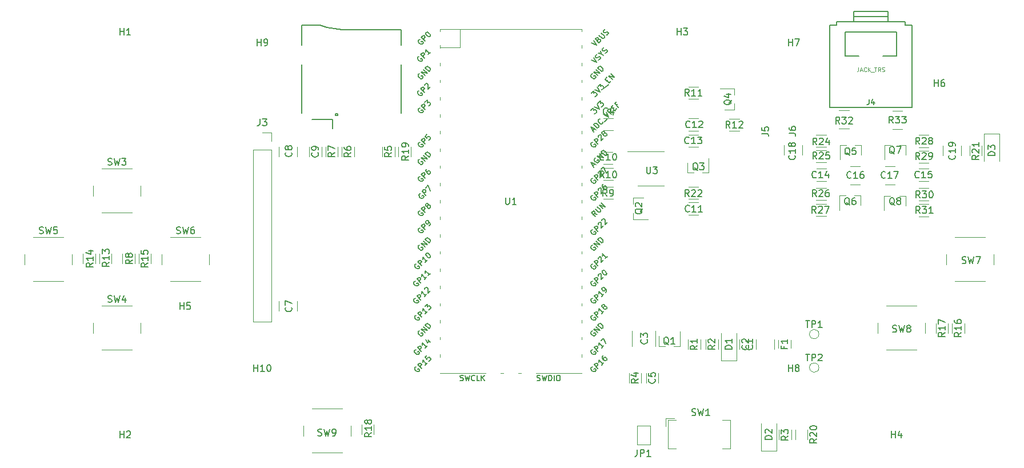
<source format=gbr>
%TF.GenerationSoftware,KiCad,Pcbnew,5.1.12-5.1.12*%
%TF.CreationDate,2022-01-05T21:47:21+02:00*%
%TF.ProjectId,gb_1_0_pico,67625f31-5f30-45f7-9069-636f2e6b6963,rev?*%
%TF.SameCoordinates,Original*%
%TF.FileFunction,Legend,Top*%
%TF.FilePolarity,Positive*%
%FSLAX46Y46*%
G04 Gerber Fmt 4.6, Leading zero omitted, Abs format (unit mm)*
G04 Created by KiCad (PCBNEW 5.1.12-5.1.12) date 2022-01-05 21:47:21*
%MOMM*%
%LPD*%
G01*
G04 APERTURE LIST*
%ADD10C,0.120000*%
%ADD11C,0.150000*%
%ADD12C,0.100000*%
G04 APERTURE END LIST*
D10*
%TO.C,SW8*%
X187560000Y-96180000D02*
X187560000Y-94680000D01*
X186310000Y-92180000D02*
X181810000Y-92180000D01*
X180560000Y-94680000D02*
X180560000Y-96180000D01*
X181810000Y-98680000D02*
X186310000Y-98680000D01*
%TO.C,SW6*%
X81515000Y-86020000D02*
X81515000Y-84520000D01*
X80265000Y-82020000D02*
X75765000Y-82020000D01*
X74515000Y-84520000D02*
X74515000Y-86020000D01*
X75765000Y-88520000D02*
X80265000Y-88520000D01*
D11*
%TO.C,XS1*%
X99778000Y-64572000D02*
X96778000Y-64572000D01*
X100228000Y-63672000D02*
X100228000Y-63972000D01*
X100528000Y-63672000D02*
X100228000Y-63672000D01*
X100528000Y-63972000D02*
X100528000Y-63672000D01*
X100228000Y-63972000D02*
X100528000Y-63972000D01*
X95228000Y-63572000D02*
X95228000Y-56372000D01*
X95228000Y-50572000D02*
X95228000Y-53572000D01*
X97928000Y-50572000D02*
X95228000Y-50572000D01*
X109928000Y-53572000D02*
X109928000Y-51272000D01*
X109928000Y-56372000D02*
X109928000Y-63572000D01*
X99778000Y-64572000D02*
X99778000Y-65872000D01*
X98978000Y-50872000D02*
X97928000Y-50572000D01*
X100078000Y-51072000D02*
X98978000Y-50872000D01*
X101228000Y-51222000D02*
X100078000Y-51072000D01*
X102578000Y-51272000D02*
X101228000Y-51222000D01*
X109928000Y-51272000D02*
X102578000Y-51272000D01*
D10*
%TO.C,R5*%
X107168000Y-70031064D02*
X107168000Y-68576936D01*
X108988000Y-70031064D02*
X108988000Y-68576936D01*
%TO.C,R7*%
X100567000Y-70031064D02*
X100567000Y-68576936D01*
X98747000Y-70031064D02*
X98747000Y-68576936D01*
%TO.C,C9*%
X98154000Y-68592748D02*
X98154000Y-70015252D01*
X96334000Y-68592748D02*
X96334000Y-70015252D01*
%TO.C,R6*%
X102980000Y-70031064D02*
X102980000Y-68576936D01*
X101160000Y-70031064D02*
X101160000Y-68576936D01*
%TO.C,SW9*%
X102470000Y-111420000D02*
X102470000Y-109920000D01*
X101220000Y-107420000D02*
X96720000Y-107420000D01*
X95470000Y-109920000D02*
X95470000Y-111420000D01*
X96720000Y-113920000D02*
X101220000Y-113920000D01*
%TO.C,R3*%
X165930000Y-111941064D02*
X165930000Y-110486936D01*
X167750000Y-111941064D02*
X167750000Y-110486936D01*
%TO.C,D2*%
X163292000Y-109614000D02*
X163292000Y-113674000D01*
X163292000Y-113674000D02*
X165562000Y-113674000D01*
X165562000Y-113674000D02*
X165562000Y-109614000D01*
%TO.C,C2*%
X160094000Y-97134748D02*
X160094000Y-98557252D01*
X161914000Y-97134748D02*
X161914000Y-98557252D01*
%TO.C,C4*%
X139966748Y-66150000D02*
X141389252Y-66150000D01*
X139966748Y-64330000D02*
X141389252Y-64330000D01*
%TO.C,C5*%
X146245000Y-103543252D02*
X146245000Y-102120748D01*
X148065000Y-103543252D02*
X148065000Y-102120748D01*
%TO.C,D1*%
X159639000Y-100306000D02*
X159639000Y-96246000D01*
X157369000Y-100306000D02*
X159639000Y-100306000D01*
X157369000Y-96246000D02*
X157369000Y-100306000D01*
%TO.C,F1*%
X165856000Y-97243936D02*
X165856000Y-98448064D01*
X167676000Y-97243936D02*
X167676000Y-98448064D01*
%TO.C,Q1*%
X148115000Y-98131000D02*
X148115000Y-96671000D01*
X151275000Y-98131000D02*
X151275000Y-95971000D01*
X151275000Y-98131000D02*
X150345000Y-98131000D01*
X148115000Y-98131000D02*
X149045000Y-98131000D01*
%TO.C,R1*%
X152468000Y-98606064D02*
X152468000Y-97151936D01*
X154288000Y-98606064D02*
X154288000Y-97151936D01*
%TO.C,R2*%
X155094000Y-98573064D02*
X155094000Y-97118936D01*
X156914000Y-98573064D02*
X156914000Y-97118936D01*
%TO.C,R4*%
X145525000Y-103559064D02*
X145525000Y-102104936D01*
X143705000Y-103559064D02*
X143705000Y-102104936D01*
%TO.C,R11*%
X153978064Y-59694500D02*
X152523936Y-59694500D01*
X153978064Y-61514500D02*
X152523936Y-61514500D01*
%TO.C,R12*%
X158594536Y-64431600D02*
X160048664Y-64431600D01*
X158594536Y-66251600D02*
X160048664Y-66251600D01*
%TO.C,SW3*%
X65605000Y-78360000D02*
X70105000Y-78360000D01*
X64355000Y-74360000D02*
X64355000Y-75860000D01*
X70105000Y-71860000D02*
X65605000Y-71860000D01*
X71355000Y-75860000D02*
X71355000Y-74360000D01*
%TO.C,SW4*%
X71355000Y-96180000D02*
X71355000Y-94680000D01*
X70105000Y-92180000D02*
X65605000Y-92180000D01*
X64355000Y-94680000D02*
X64355000Y-96180000D01*
X65605000Y-98680000D02*
X70105000Y-98680000D01*
%TO.C,SW5*%
X55445000Y-88520000D02*
X59945000Y-88520000D01*
X54195000Y-84520000D02*
X54195000Y-86020000D01*
X59945000Y-82020000D02*
X55445000Y-82020000D01*
X61195000Y-86020000D02*
X61195000Y-84520000D01*
%TO.C,SW7*%
X191970000Y-88520000D02*
X196470000Y-88520000D01*
X190720000Y-84520000D02*
X190720000Y-86020000D01*
X196470000Y-82020000D02*
X191970000Y-82020000D01*
X197720000Y-86020000D02*
X197720000Y-84520000D01*
%TO.C,TP1*%
X171858000Y-96355000D02*
G75*
G03*
X171858000Y-96355000I-700000J0D01*
G01*
%TO.C,TP2*%
X171858000Y-101308000D02*
G75*
G03*
X171858000Y-101308000I-700000J0D01*
G01*
%TO.C,U1*%
X115700000Y-51170000D02*
X136700000Y-51170000D01*
X122500000Y-102170000D02*
X115700000Y-102170000D01*
X115700000Y-53837000D02*
X118707000Y-53837000D01*
X118707000Y-53837000D02*
X118707000Y-51170000D01*
X115700000Y-51170000D02*
X115700000Y-51470000D01*
X115700000Y-53570000D02*
X115700000Y-53970000D01*
X115700000Y-56170000D02*
X115700000Y-56570000D01*
X115700000Y-58670000D02*
X115700000Y-59070000D01*
X115700000Y-61270000D02*
X115700000Y-61670000D01*
X115700000Y-63770000D02*
X115700000Y-64170000D01*
X115700000Y-66270000D02*
X115700000Y-66670000D01*
X115700000Y-68870000D02*
X115700000Y-69270000D01*
X115700000Y-71370000D02*
X115700000Y-71770000D01*
X115700000Y-73970000D02*
X115700000Y-74370000D01*
X115700000Y-76470000D02*
X115700000Y-76870000D01*
X115700000Y-78970000D02*
X115700000Y-79370000D01*
X115700000Y-81570000D02*
X115700000Y-81970000D01*
X115700000Y-84070000D02*
X115700000Y-84470000D01*
X115700000Y-86670000D02*
X115700000Y-87070000D01*
X115700000Y-89170000D02*
X115700000Y-89570000D01*
X115700000Y-91770000D02*
X115700000Y-92170000D01*
X115700000Y-94270000D02*
X115700000Y-94670000D01*
X115700000Y-96770000D02*
X115700000Y-97170000D01*
X115700000Y-99370000D02*
X115700000Y-99770000D01*
X136700000Y-66270000D02*
X136700000Y-66670000D01*
X136700000Y-71370000D02*
X136700000Y-71770000D01*
X136700000Y-78970000D02*
X136700000Y-79370000D01*
X136700000Y-86670000D02*
X136700000Y-87070000D01*
X136700000Y-56170000D02*
X136700000Y-56570000D01*
X136700000Y-53570000D02*
X136700000Y-53970000D01*
X136700000Y-61270000D02*
X136700000Y-61670000D01*
X136700000Y-94270000D02*
X136700000Y-94670000D01*
X136700000Y-99370000D02*
X136700000Y-99770000D01*
X136700000Y-96770000D02*
X136700000Y-97170000D01*
X136700000Y-81570000D02*
X136700000Y-81970000D01*
X136700000Y-76470000D02*
X136700000Y-76870000D01*
X136700000Y-63770000D02*
X136700000Y-64170000D01*
X136700000Y-68870000D02*
X136700000Y-69270000D01*
X136700000Y-89170000D02*
X136700000Y-89570000D01*
X136700000Y-73970000D02*
X136700000Y-74370000D01*
X136700000Y-51170000D02*
X136700000Y-51470000D01*
X136700000Y-58670000D02*
X136700000Y-59070000D01*
X136700000Y-84070000D02*
X136700000Y-84470000D01*
X136700000Y-91770000D02*
X136700000Y-92170000D01*
X136700000Y-102170000D02*
X129900000Y-102170000D01*
X124700000Y-102170000D02*
X125100000Y-102170000D01*
X127300000Y-102170000D02*
X127700000Y-102170000D01*
%TO.C,J3*%
X88040000Y-69050000D02*
X90700000Y-69050000D01*
X88040000Y-69050000D02*
X88040000Y-94510000D01*
X88040000Y-94510000D02*
X90700000Y-94510000D01*
X90700000Y-69050000D02*
X90700000Y-94510000D01*
X90700000Y-66450000D02*
X90700000Y-67780000D01*
X89370000Y-66450000D02*
X90700000Y-66450000D01*
%TO.C,JP1*%
X146885000Y-112741000D02*
X144885000Y-112741000D01*
X146885000Y-109941000D02*
X146885000Y-112741000D01*
X144885000Y-109941000D02*
X146885000Y-109941000D01*
X144885000Y-112741000D02*
X144885000Y-109941000D01*
%TO.C,SW1*%
X150700000Y-109113000D02*
X149500000Y-109113000D01*
X149500000Y-109113000D02*
X149500000Y-113313000D01*
X149500000Y-113313000D02*
X150700000Y-113313000D01*
X157500000Y-109113000D02*
X158700000Y-109113000D01*
X158700000Y-109113000D02*
X158700000Y-113313000D01*
X158700000Y-113313000D02*
X157500000Y-113313000D01*
X150400000Y-108813000D02*
X149200000Y-108813000D01*
X149200000Y-108813000D02*
X149200000Y-110013000D01*
%TO.C,C3*%
X144175000Y-95828748D02*
X144175000Y-98151252D01*
X147595000Y-95828748D02*
X147595000Y-98151252D01*
%TO.C,R8*%
X68648000Y-84451936D02*
X68648000Y-85906064D01*
X70468000Y-84451936D02*
X70468000Y-85906064D01*
%TO.C,R13*%
X65219000Y-85906064D02*
X65219000Y-84451936D01*
X67039000Y-85906064D02*
X67039000Y-84451936D01*
%TO.C,R14*%
X64626000Y-85906064D02*
X64626000Y-84451936D01*
X62806000Y-85906064D02*
X62806000Y-84451936D01*
%TO.C,R15*%
X71061000Y-85906064D02*
X71061000Y-84451936D01*
X72881000Y-85906064D02*
X72881000Y-84451936D01*
%TO.C,R16*%
X191584000Y-94738936D02*
X191584000Y-96193064D01*
X193404000Y-94738936D02*
X193404000Y-96193064D01*
%TO.C,R17*%
X190991000Y-94738936D02*
X190991000Y-96193064D01*
X189171000Y-94738936D02*
X189171000Y-96193064D01*
%TO.C,R18*%
X104081000Y-111179064D02*
X104081000Y-109724936D01*
X105901000Y-111179064D02*
X105901000Y-109724936D01*
%TO.C,R19*%
X111362000Y-70031064D02*
X111362000Y-68576936D01*
X109542000Y-70031064D02*
X109542000Y-68576936D01*
%TO.C,R20*%
X170163000Y-110486936D02*
X170163000Y-111941064D01*
X168343000Y-110486936D02*
X168343000Y-111941064D01*
D11*
%TO.C,J4*%
X185636000Y-62750800D02*
X173444000Y-62750800D01*
X185636000Y-50558800D02*
X185636000Y-62750800D01*
X173444000Y-62750800D02*
X173444000Y-50558800D01*
X177000000Y-48526800D02*
X182080000Y-48526800D01*
X184620000Y-50050800D02*
X184620000Y-50558800D01*
X174460000Y-50050800D02*
X184620000Y-50050800D01*
X174460000Y-50304800D02*
X174460000Y-50050800D01*
X174460000Y-50558800D02*
X174460000Y-50304800D01*
X177000000Y-49288800D02*
X182080000Y-49288800D01*
X182080000Y-50050800D02*
X182080000Y-48526800D01*
X177000000Y-48526800D02*
X177000000Y-50050800D01*
X185636000Y-50558800D02*
X184620000Y-50558800D01*
X174460000Y-50558800D02*
X173444000Y-50558800D01*
X183350000Y-55130800D02*
X181318000Y-55130800D01*
X183350000Y-51574800D02*
X183350000Y-55130800D01*
X175730000Y-51574800D02*
X183350000Y-51574800D01*
X175730000Y-55130800D02*
X175730000Y-51574800D01*
X177762000Y-55130800D02*
X175730000Y-55130800D01*
D10*
%TO.C,C10*%
X141325752Y-69346500D02*
X139903248Y-69346500D01*
X141325752Y-71166500D02*
X139903248Y-71166500D01*
%TO.C,C11*%
X152539748Y-76826800D02*
X153962252Y-76826800D01*
X152539748Y-78646800D02*
X153962252Y-78646800D01*
%TO.C,C12*%
X152539748Y-66213500D02*
X153962252Y-66213500D01*
X152539748Y-64393500D02*
X153962252Y-64393500D01*
%TO.C,C13*%
X152539748Y-66806500D02*
X153962252Y-66806500D01*
X152539748Y-68626500D02*
X153962252Y-68626500D01*
%TO.C,C14*%
X171513548Y-71848400D02*
X172936052Y-71848400D01*
X171513548Y-73668400D02*
X172936052Y-73668400D01*
%TO.C,C15*%
X188125252Y-71848400D02*
X186702748Y-71848400D01*
X188125252Y-73668400D02*
X186702748Y-73668400D01*
%TO.C,Q3*%
X152356800Y-72451600D02*
X152356800Y-70991600D01*
X155516800Y-72451600D02*
X155516800Y-70291600D01*
X155516800Y-72451600D02*
X154586800Y-72451600D01*
X152356800Y-72451600D02*
X153286800Y-72451600D01*
%TO.C,Q5*%
X178122800Y-68340800D02*
X178122800Y-69800800D01*
X174962800Y-68340800D02*
X174962800Y-70500800D01*
X174962800Y-68340800D02*
X175892800Y-68340800D01*
X178122800Y-68340800D02*
X177192800Y-68340800D01*
%TO.C,Q6*%
X178021200Y-75808400D02*
X177091200Y-75808400D01*
X174861200Y-75808400D02*
X175791200Y-75808400D01*
X174861200Y-75808400D02*
X174861200Y-77968400D01*
X178021200Y-75808400D02*
X178021200Y-77268400D01*
%TO.C,Q7*%
X184726800Y-68340800D02*
X183796800Y-68340800D01*
X181566800Y-68340800D02*
X182496800Y-68340800D01*
X181566800Y-68340800D02*
X181566800Y-70500800D01*
X184726800Y-68340800D02*
X184726800Y-69800800D01*
%TO.C,Q8*%
X184676000Y-75859200D02*
X183746000Y-75859200D01*
X181516000Y-75859200D02*
X182446000Y-75859200D01*
X181516000Y-75859200D02*
X181516000Y-78019200D01*
X184676000Y-75859200D02*
X184676000Y-77319200D01*
%TO.C,R9*%
X139887436Y-74490000D02*
X141341564Y-74490000D01*
X139887436Y-76310000D02*
X141341564Y-76310000D01*
%TO.C,R10*%
X139887436Y-71696000D02*
X141341564Y-71696000D01*
X139887436Y-73516000D02*
X141341564Y-73516000D01*
%TO.C,R22*%
X152523936Y-76310000D02*
X153978064Y-76310000D01*
X152523936Y-74490000D02*
X153978064Y-74490000D01*
%TO.C,R24*%
X171459636Y-66806500D02*
X172913764Y-66806500D01*
X171459636Y-68626500D02*
X172913764Y-68626500D01*
%TO.C,R25*%
X171459636Y-69105200D02*
X172913764Y-69105200D01*
X171459636Y-70925200D02*
X172913764Y-70925200D01*
%TO.C,R26*%
X172913764Y-74680500D02*
X171459636Y-74680500D01*
X172913764Y-76500500D02*
X171459636Y-76500500D01*
%TO.C,R27*%
X172913764Y-78850000D02*
X171459636Y-78850000D01*
X172913764Y-77030000D02*
X171459636Y-77030000D01*
%TO.C,R28*%
X188141064Y-66857300D02*
X186686936Y-66857300D01*
X188141064Y-68677300D02*
X186686936Y-68677300D01*
%TO.C,R29*%
X188141064Y-69156000D02*
X186686936Y-69156000D01*
X188141064Y-70976000D02*
X186686936Y-70976000D01*
%TO.C,R30*%
X186686936Y-76551300D02*
X188141064Y-76551300D01*
X186686936Y-74731300D02*
X188141064Y-74731300D01*
%TO.C,R31*%
X186686936Y-77080800D02*
X188141064Y-77080800D01*
X186686936Y-78900800D02*
X188141064Y-78900800D01*
%TO.C,U3*%
X146964500Y-74404000D02*
X148914500Y-74404000D01*
X146964500Y-74404000D02*
X145014500Y-74404000D01*
X146964500Y-69284000D02*
X148914500Y-69284000D01*
X146964500Y-69284000D02*
X143514500Y-69284000D01*
%TO.C,Q2*%
X144363000Y-76156800D02*
X145823000Y-76156800D01*
X144363000Y-79316800D02*
X146523000Y-79316800D01*
X144363000Y-79316800D02*
X144363000Y-78386800D01*
X144363000Y-76156800D02*
X144363000Y-77086800D01*
%TO.C,Q4*%
X159319600Y-63111600D02*
X159319600Y-62181600D01*
X159319600Y-59951600D02*
X159319600Y-60881600D01*
X159319600Y-59951600D02*
X157159600Y-59951600D01*
X159319600Y-63111600D02*
X157859600Y-63111600D01*
%TO.C,C16*%
X176542748Y-71449200D02*
X177965252Y-71449200D01*
X176542748Y-74169200D02*
X177965252Y-74169200D01*
%TO.C,C17*%
X183096052Y-74169200D02*
X181673548Y-74169200D01*
X183096052Y-71449200D02*
X181673548Y-71449200D01*
%TO.C,D3*%
X196337400Y-66691600D02*
X196337400Y-70751600D01*
X198607400Y-66691600D02*
X196337400Y-66691600D01*
X198607400Y-70751600D02*
X198607400Y-66691600D01*
%TO.C,R21*%
X194174800Y-68424536D02*
X194174800Y-69878664D01*
X195994800Y-68424536D02*
X195994800Y-69878664D01*
%TO.C,R32*%
X176301337Y-63224600D02*
X174853863Y-63224600D01*
X176301337Y-65934600D02*
X174853863Y-65934600D01*
%TO.C,R33*%
X182778663Y-63275400D02*
X184226137Y-63275400D01*
X182778663Y-65985400D02*
X184226137Y-65985400D01*
%TO.C,C1*%
X165253600Y-98564852D02*
X165253600Y-97142348D01*
X162533600Y-98564852D02*
X162533600Y-97142348D01*
%TO.C,C7*%
X94540000Y-91503548D02*
X94540000Y-92926052D01*
X91820000Y-91503548D02*
X91820000Y-92926052D01*
%TO.C,C8*%
X91820000Y-68592748D02*
X91820000Y-70015252D01*
X94540000Y-68592748D02*
X94540000Y-70015252D01*
%TO.C,C18*%
X169368400Y-68389548D02*
X169368400Y-69812052D01*
X166648400Y-68389548D02*
X166648400Y-69812052D01*
%TO.C,C19*%
X190219600Y-68440348D02*
X190219600Y-69862852D01*
X192939600Y-68440348D02*
X192939600Y-69862852D01*
%TO.C,SW8*%
D11*
X182778666Y-95997761D02*
X182921523Y-96045380D01*
X183159619Y-96045380D01*
X183254857Y-95997761D01*
X183302476Y-95950142D01*
X183350095Y-95854904D01*
X183350095Y-95759666D01*
X183302476Y-95664428D01*
X183254857Y-95616809D01*
X183159619Y-95569190D01*
X182969142Y-95521571D01*
X182873904Y-95473952D01*
X182826285Y-95426333D01*
X182778666Y-95331095D01*
X182778666Y-95235857D01*
X182826285Y-95140619D01*
X182873904Y-95093000D01*
X182969142Y-95045380D01*
X183207238Y-95045380D01*
X183350095Y-95093000D01*
X183683428Y-95045380D02*
X183921523Y-96045380D01*
X184112000Y-95331095D01*
X184302476Y-96045380D01*
X184540571Y-95045380D01*
X185064380Y-95473952D02*
X184969142Y-95426333D01*
X184921523Y-95378714D01*
X184873904Y-95283476D01*
X184873904Y-95235857D01*
X184921523Y-95140619D01*
X184969142Y-95093000D01*
X185064380Y-95045380D01*
X185254857Y-95045380D01*
X185350095Y-95093000D01*
X185397714Y-95140619D01*
X185445333Y-95235857D01*
X185445333Y-95283476D01*
X185397714Y-95378714D01*
X185350095Y-95426333D01*
X185254857Y-95473952D01*
X185064380Y-95473952D01*
X184969142Y-95521571D01*
X184921523Y-95569190D01*
X184873904Y-95664428D01*
X184873904Y-95854904D01*
X184921523Y-95950142D01*
X184969142Y-95997761D01*
X185064380Y-96045380D01*
X185254857Y-96045380D01*
X185350095Y-95997761D01*
X185397714Y-95950142D01*
X185445333Y-95854904D01*
X185445333Y-95664428D01*
X185397714Y-95569190D01*
X185350095Y-95521571D01*
X185254857Y-95473952D01*
%TO.C,SW6*%
X76681666Y-81424761D02*
X76824523Y-81472380D01*
X77062619Y-81472380D01*
X77157857Y-81424761D01*
X77205476Y-81377142D01*
X77253095Y-81281904D01*
X77253095Y-81186666D01*
X77205476Y-81091428D01*
X77157857Y-81043809D01*
X77062619Y-80996190D01*
X76872142Y-80948571D01*
X76776904Y-80900952D01*
X76729285Y-80853333D01*
X76681666Y-80758095D01*
X76681666Y-80662857D01*
X76729285Y-80567619D01*
X76776904Y-80520000D01*
X76872142Y-80472380D01*
X77110238Y-80472380D01*
X77253095Y-80520000D01*
X77586428Y-80472380D02*
X77824523Y-81472380D01*
X78015000Y-80758095D01*
X78205476Y-81472380D01*
X78443571Y-80472380D01*
X79253095Y-80472380D02*
X79062619Y-80472380D01*
X78967380Y-80520000D01*
X78919761Y-80567619D01*
X78824523Y-80710476D01*
X78776904Y-80900952D01*
X78776904Y-81281904D01*
X78824523Y-81377142D01*
X78872142Y-81424761D01*
X78967380Y-81472380D01*
X79157857Y-81472380D01*
X79253095Y-81424761D01*
X79300714Y-81377142D01*
X79348333Y-81281904D01*
X79348333Y-81043809D01*
X79300714Y-80948571D01*
X79253095Y-80900952D01*
X79157857Y-80853333D01*
X78967380Y-80853333D01*
X78872142Y-80900952D01*
X78824523Y-80948571D01*
X78776904Y-81043809D01*
%TO.C,R5*%
X108530380Y-69470666D02*
X108054190Y-69804000D01*
X108530380Y-70042095D02*
X107530380Y-70042095D01*
X107530380Y-69661142D01*
X107578000Y-69565904D01*
X107625619Y-69518285D01*
X107720857Y-69470666D01*
X107863714Y-69470666D01*
X107958952Y-69518285D01*
X108006571Y-69565904D01*
X108054190Y-69661142D01*
X108054190Y-70042095D01*
X107530380Y-68565904D02*
X107530380Y-69042095D01*
X108006571Y-69089714D01*
X107958952Y-69042095D01*
X107911333Y-68946857D01*
X107911333Y-68708761D01*
X107958952Y-68613523D01*
X108006571Y-68565904D01*
X108101809Y-68518285D01*
X108339904Y-68518285D01*
X108435142Y-68565904D01*
X108482761Y-68613523D01*
X108530380Y-68708761D01*
X108530380Y-68946857D01*
X108482761Y-69042095D01*
X108435142Y-69089714D01*
%TO.C,H9*%
X88608095Y-53602380D02*
X88608095Y-52602380D01*
X88608095Y-53078571D02*
X89179523Y-53078571D01*
X89179523Y-53602380D02*
X89179523Y-52602380D01*
X89703333Y-53602380D02*
X89893809Y-53602380D01*
X89989047Y-53554761D01*
X90036666Y-53507142D01*
X90131904Y-53364285D01*
X90179523Y-53173809D01*
X90179523Y-52792857D01*
X90131904Y-52697619D01*
X90084285Y-52650000D01*
X89989047Y-52602380D01*
X89798571Y-52602380D01*
X89703333Y-52650000D01*
X89655714Y-52697619D01*
X89608095Y-52792857D01*
X89608095Y-53030952D01*
X89655714Y-53126190D01*
X89703333Y-53173809D01*
X89798571Y-53221428D01*
X89989047Y-53221428D01*
X90084285Y-53173809D01*
X90131904Y-53126190D01*
X90179523Y-53030952D01*
%TO.C,R7*%
X100109380Y-69470666D02*
X99633190Y-69804000D01*
X100109380Y-70042095D02*
X99109380Y-70042095D01*
X99109380Y-69661142D01*
X99157000Y-69565904D01*
X99204619Y-69518285D01*
X99299857Y-69470666D01*
X99442714Y-69470666D01*
X99537952Y-69518285D01*
X99585571Y-69565904D01*
X99633190Y-69661142D01*
X99633190Y-70042095D01*
X99109380Y-69137333D02*
X99109380Y-68470666D01*
X100109380Y-68899238D01*
%TO.C,C9*%
X97601142Y-69470666D02*
X97648761Y-69518285D01*
X97696380Y-69661142D01*
X97696380Y-69756380D01*
X97648761Y-69899238D01*
X97553523Y-69994476D01*
X97458285Y-70042095D01*
X97267809Y-70089714D01*
X97124952Y-70089714D01*
X96934476Y-70042095D01*
X96839238Y-69994476D01*
X96744000Y-69899238D01*
X96696380Y-69756380D01*
X96696380Y-69661142D01*
X96744000Y-69518285D01*
X96791619Y-69470666D01*
X97696380Y-68994476D02*
X97696380Y-68804000D01*
X97648761Y-68708761D01*
X97601142Y-68661142D01*
X97458285Y-68565904D01*
X97267809Y-68518285D01*
X96886857Y-68518285D01*
X96791619Y-68565904D01*
X96744000Y-68613523D01*
X96696380Y-68708761D01*
X96696380Y-68899238D01*
X96744000Y-68994476D01*
X96791619Y-69042095D01*
X96886857Y-69089714D01*
X97124952Y-69089714D01*
X97220190Y-69042095D01*
X97267809Y-68994476D01*
X97315428Y-68899238D01*
X97315428Y-68708761D01*
X97267809Y-68613523D01*
X97220190Y-68565904D01*
X97124952Y-68518285D01*
%TO.C,R6*%
X102522380Y-69470666D02*
X102046190Y-69804000D01*
X102522380Y-70042095D02*
X101522380Y-70042095D01*
X101522380Y-69661142D01*
X101570000Y-69565904D01*
X101617619Y-69518285D01*
X101712857Y-69470666D01*
X101855714Y-69470666D01*
X101950952Y-69518285D01*
X101998571Y-69565904D01*
X102046190Y-69661142D01*
X102046190Y-70042095D01*
X101522380Y-68613523D02*
X101522380Y-68804000D01*
X101570000Y-68899238D01*
X101617619Y-68946857D01*
X101760476Y-69042095D01*
X101950952Y-69089714D01*
X102331904Y-69089714D01*
X102427142Y-69042095D01*
X102474761Y-68994476D01*
X102522380Y-68899238D01*
X102522380Y-68708761D01*
X102474761Y-68613523D01*
X102427142Y-68565904D01*
X102331904Y-68518285D01*
X102093809Y-68518285D01*
X101998571Y-68565904D01*
X101950952Y-68613523D01*
X101903333Y-68708761D01*
X101903333Y-68899238D01*
X101950952Y-68994476D01*
X101998571Y-69042095D01*
X102093809Y-69089714D01*
%TO.C,SW9*%
X97636666Y-111364761D02*
X97779523Y-111412380D01*
X98017619Y-111412380D01*
X98112857Y-111364761D01*
X98160476Y-111317142D01*
X98208095Y-111221904D01*
X98208095Y-111126666D01*
X98160476Y-111031428D01*
X98112857Y-110983809D01*
X98017619Y-110936190D01*
X97827142Y-110888571D01*
X97731904Y-110840952D01*
X97684285Y-110793333D01*
X97636666Y-110698095D01*
X97636666Y-110602857D01*
X97684285Y-110507619D01*
X97731904Y-110460000D01*
X97827142Y-110412380D01*
X98065238Y-110412380D01*
X98208095Y-110460000D01*
X98541428Y-110412380D02*
X98779523Y-111412380D01*
X98970000Y-110698095D01*
X99160476Y-111412380D01*
X99398571Y-110412380D01*
X99827142Y-111412380D02*
X100017619Y-111412380D01*
X100112857Y-111364761D01*
X100160476Y-111317142D01*
X100255714Y-111174285D01*
X100303333Y-110983809D01*
X100303333Y-110602857D01*
X100255714Y-110507619D01*
X100208095Y-110460000D01*
X100112857Y-110412380D01*
X99922380Y-110412380D01*
X99827142Y-110460000D01*
X99779523Y-110507619D01*
X99731904Y-110602857D01*
X99731904Y-110840952D01*
X99779523Y-110936190D01*
X99827142Y-110983809D01*
X99922380Y-111031428D01*
X100112857Y-111031428D01*
X100208095Y-110983809D01*
X100255714Y-110936190D01*
X100303333Y-110840952D01*
%TO.C,R3*%
X167292380Y-111444666D02*
X166816190Y-111778000D01*
X167292380Y-112016095D02*
X166292380Y-112016095D01*
X166292380Y-111635142D01*
X166340000Y-111539904D01*
X166387619Y-111492285D01*
X166482857Y-111444666D01*
X166625714Y-111444666D01*
X166720952Y-111492285D01*
X166768571Y-111539904D01*
X166816190Y-111635142D01*
X166816190Y-112016095D01*
X166292380Y-111111333D02*
X166292380Y-110492285D01*
X166673333Y-110825619D01*
X166673333Y-110682761D01*
X166720952Y-110587523D01*
X166768571Y-110539904D01*
X166863809Y-110492285D01*
X167101904Y-110492285D01*
X167197142Y-110539904D01*
X167244761Y-110587523D01*
X167292380Y-110682761D01*
X167292380Y-110968476D01*
X167244761Y-111063714D01*
X167197142Y-111111333D01*
%TO.C,D2*%
X164879380Y-111952095D02*
X163879380Y-111952095D01*
X163879380Y-111714000D01*
X163927000Y-111571142D01*
X164022238Y-111475904D01*
X164117476Y-111428285D01*
X164307952Y-111380666D01*
X164450809Y-111380666D01*
X164641285Y-111428285D01*
X164736523Y-111475904D01*
X164831761Y-111571142D01*
X164879380Y-111714000D01*
X164879380Y-111952095D01*
X163974619Y-110999714D02*
X163927000Y-110952095D01*
X163879380Y-110856857D01*
X163879380Y-110618761D01*
X163927000Y-110523523D01*
X163974619Y-110475904D01*
X164069857Y-110428285D01*
X164165095Y-110428285D01*
X164307952Y-110475904D01*
X164879380Y-111047333D01*
X164879380Y-110428285D01*
%TO.C,C2*%
X161361142Y-98012666D02*
X161408761Y-98060285D01*
X161456380Y-98203142D01*
X161456380Y-98298380D01*
X161408761Y-98441238D01*
X161313523Y-98536476D01*
X161218285Y-98584095D01*
X161027809Y-98631714D01*
X160884952Y-98631714D01*
X160694476Y-98584095D01*
X160599238Y-98536476D01*
X160504000Y-98441238D01*
X160456380Y-98298380D01*
X160456380Y-98203142D01*
X160504000Y-98060285D01*
X160551619Y-98012666D01*
X160551619Y-97631714D02*
X160504000Y-97584095D01*
X160456380Y-97488857D01*
X160456380Y-97250761D01*
X160504000Y-97155523D01*
X160551619Y-97107904D01*
X160646857Y-97060285D01*
X160742095Y-97060285D01*
X160884952Y-97107904D01*
X161456380Y-97679333D01*
X161456380Y-97060285D01*
%TO.C,C4*%
X140511333Y-63747142D02*
X140463714Y-63794761D01*
X140320857Y-63842380D01*
X140225619Y-63842380D01*
X140082761Y-63794761D01*
X139987523Y-63699523D01*
X139939904Y-63604285D01*
X139892285Y-63413809D01*
X139892285Y-63270952D01*
X139939904Y-63080476D01*
X139987523Y-62985238D01*
X140082761Y-62890000D01*
X140225619Y-62842380D01*
X140320857Y-62842380D01*
X140463714Y-62890000D01*
X140511333Y-62937619D01*
X141368476Y-63175714D02*
X141368476Y-63842380D01*
X141130380Y-62794761D02*
X140892285Y-63509047D01*
X141511333Y-63509047D01*
%TO.C,C5*%
X147512142Y-102998666D02*
X147559761Y-103046285D01*
X147607380Y-103189142D01*
X147607380Y-103284380D01*
X147559761Y-103427238D01*
X147464523Y-103522476D01*
X147369285Y-103570095D01*
X147178809Y-103617714D01*
X147035952Y-103617714D01*
X146845476Y-103570095D01*
X146750238Y-103522476D01*
X146655000Y-103427238D01*
X146607380Y-103284380D01*
X146607380Y-103189142D01*
X146655000Y-103046285D01*
X146702619Y-102998666D01*
X146607380Y-102093904D02*
X146607380Y-102570095D01*
X147083571Y-102617714D01*
X147035952Y-102570095D01*
X146988333Y-102474857D01*
X146988333Y-102236761D01*
X147035952Y-102141523D01*
X147083571Y-102093904D01*
X147178809Y-102046285D01*
X147416904Y-102046285D01*
X147512142Y-102093904D01*
X147559761Y-102141523D01*
X147607380Y-102236761D01*
X147607380Y-102474857D01*
X147559761Y-102570095D01*
X147512142Y-102617714D01*
%TO.C,D1*%
X158956380Y-98584095D02*
X157956380Y-98584095D01*
X157956380Y-98346000D01*
X158004000Y-98203142D01*
X158099238Y-98107904D01*
X158194476Y-98060285D01*
X158384952Y-98012666D01*
X158527809Y-98012666D01*
X158718285Y-98060285D01*
X158813523Y-98107904D01*
X158908761Y-98203142D01*
X158956380Y-98346000D01*
X158956380Y-98584095D01*
X158956380Y-97060285D02*
X158956380Y-97631714D01*
X158956380Y-97346000D02*
X157956380Y-97346000D01*
X158099238Y-97441238D01*
X158194476Y-97536476D01*
X158242095Y-97631714D01*
%TO.C,F1*%
X166694571Y-98179333D02*
X166694571Y-98512666D01*
X167218380Y-98512666D02*
X166218380Y-98512666D01*
X166218380Y-98036476D01*
X167218380Y-97131714D02*
X167218380Y-97703142D01*
X167218380Y-97417428D02*
X166218380Y-97417428D01*
X166361238Y-97512666D01*
X166456476Y-97607904D01*
X166504095Y-97703142D01*
%TO.C,H1*%
X68288095Y-52032380D02*
X68288095Y-51032380D01*
X68288095Y-51508571D02*
X68859523Y-51508571D01*
X68859523Y-52032380D02*
X68859523Y-51032380D01*
X69859523Y-52032380D02*
X69288095Y-52032380D01*
X69573809Y-52032380D02*
X69573809Y-51032380D01*
X69478571Y-51175238D01*
X69383333Y-51270476D01*
X69288095Y-51318095D01*
%TO.C,H2*%
X68288095Y-111722380D02*
X68288095Y-110722380D01*
X68288095Y-111198571D02*
X68859523Y-111198571D01*
X68859523Y-111722380D02*
X68859523Y-110722380D01*
X69288095Y-110817619D02*
X69335714Y-110770000D01*
X69430952Y-110722380D01*
X69669047Y-110722380D01*
X69764285Y-110770000D01*
X69811904Y-110817619D01*
X69859523Y-110912857D01*
X69859523Y-111008095D01*
X69811904Y-111150952D01*
X69240476Y-111722380D01*
X69859523Y-111722380D01*
%TO.C,H3*%
X150838095Y-52032380D02*
X150838095Y-51032380D01*
X150838095Y-51508571D02*
X151409523Y-51508571D01*
X151409523Y-52032380D02*
X151409523Y-51032380D01*
X151790476Y-51032380D02*
X152409523Y-51032380D01*
X152076190Y-51413333D01*
X152219047Y-51413333D01*
X152314285Y-51460952D01*
X152361904Y-51508571D01*
X152409523Y-51603809D01*
X152409523Y-51841904D01*
X152361904Y-51937142D01*
X152314285Y-51984761D01*
X152219047Y-52032380D01*
X151933333Y-52032380D01*
X151838095Y-51984761D01*
X151790476Y-51937142D01*
%TO.C,H4*%
X182588095Y-111722380D02*
X182588095Y-110722380D01*
X182588095Y-111198571D02*
X183159523Y-111198571D01*
X183159523Y-111722380D02*
X183159523Y-110722380D01*
X184064285Y-111055714D02*
X184064285Y-111722380D01*
X183826190Y-110674761D02*
X183588095Y-111389047D01*
X184207142Y-111389047D01*
%TO.C,H5*%
X77178095Y-92672380D02*
X77178095Y-91672380D01*
X77178095Y-92148571D02*
X77749523Y-92148571D01*
X77749523Y-92672380D02*
X77749523Y-91672380D01*
X78701904Y-91672380D02*
X78225714Y-91672380D01*
X78178095Y-92148571D01*
X78225714Y-92100952D01*
X78320952Y-92053333D01*
X78559047Y-92053333D01*
X78654285Y-92100952D01*
X78701904Y-92148571D01*
X78749523Y-92243809D01*
X78749523Y-92481904D01*
X78701904Y-92577142D01*
X78654285Y-92624761D01*
X78559047Y-92672380D01*
X78320952Y-92672380D01*
X78225714Y-92624761D01*
X78178095Y-92577142D01*
%TO.C,H6*%
X188938095Y-59652380D02*
X188938095Y-58652380D01*
X188938095Y-59128571D02*
X189509523Y-59128571D01*
X189509523Y-59652380D02*
X189509523Y-58652380D01*
X190414285Y-58652380D02*
X190223809Y-58652380D01*
X190128571Y-58700000D01*
X190080952Y-58747619D01*
X189985714Y-58890476D01*
X189938095Y-59080952D01*
X189938095Y-59461904D01*
X189985714Y-59557142D01*
X190033333Y-59604761D01*
X190128571Y-59652380D01*
X190319047Y-59652380D01*
X190414285Y-59604761D01*
X190461904Y-59557142D01*
X190509523Y-59461904D01*
X190509523Y-59223809D01*
X190461904Y-59128571D01*
X190414285Y-59080952D01*
X190319047Y-59033333D01*
X190128571Y-59033333D01*
X190033333Y-59080952D01*
X189985714Y-59128571D01*
X189938095Y-59223809D01*
%TO.C,H7*%
X167348095Y-53602380D02*
X167348095Y-52602380D01*
X167348095Y-53078571D02*
X167919523Y-53078571D01*
X167919523Y-53602380D02*
X167919523Y-52602380D01*
X168300476Y-52602380D02*
X168967142Y-52602380D01*
X168538571Y-53602380D01*
%TO.C,H8*%
X167348095Y-101862380D02*
X167348095Y-100862380D01*
X167348095Y-101338571D02*
X167919523Y-101338571D01*
X167919523Y-101862380D02*
X167919523Y-100862380D01*
X168538571Y-101290952D02*
X168443333Y-101243333D01*
X168395714Y-101195714D01*
X168348095Y-101100476D01*
X168348095Y-101052857D01*
X168395714Y-100957619D01*
X168443333Y-100910000D01*
X168538571Y-100862380D01*
X168729047Y-100862380D01*
X168824285Y-100910000D01*
X168871904Y-100957619D01*
X168919523Y-101052857D01*
X168919523Y-101100476D01*
X168871904Y-101195714D01*
X168824285Y-101243333D01*
X168729047Y-101290952D01*
X168538571Y-101290952D01*
X168443333Y-101338571D01*
X168395714Y-101386190D01*
X168348095Y-101481428D01*
X168348095Y-101671904D01*
X168395714Y-101767142D01*
X168443333Y-101814761D01*
X168538571Y-101862380D01*
X168729047Y-101862380D01*
X168824285Y-101814761D01*
X168871904Y-101767142D01*
X168919523Y-101671904D01*
X168919523Y-101481428D01*
X168871904Y-101386190D01*
X168824285Y-101338571D01*
X168729047Y-101290952D01*
%TO.C,H10*%
X88131904Y-101862380D02*
X88131904Y-100862380D01*
X88131904Y-101338571D02*
X88703333Y-101338571D01*
X88703333Y-101862380D02*
X88703333Y-100862380D01*
X89703333Y-101862380D02*
X89131904Y-101862380D01*
X89417619Y-101862380D02*
X89417619Y-100862380D01*
X89322380Y-101005238D01*
X89227142Y-101100476D01*
X89131904Y-101148095D01*
X90322380Y-100862380D02*
X90417619Y-100862380D01*
X90512857Y-100910000D01*
X90560476Y-100957619D01*
X90608095Y-101052857D01*
X90655714Y-101243333D01*
X90655714Y-101481428D01*
X90608095Y-101671904D01*
X90560476Y-101767142D01*
X90512857Y-101814761D01*
X90417619Y-101862380D01*
X90322380Y-101862380D01*
X90227142Y-101814761D01*
X90179523Y-101767142D01*
X90131904Y-101671904D01*
X90084285Y-101481428D01*
X90084285Y-101243333D01*
X90131904Y-101052857D01*
X90179523Y-100957619D01*
X90227142Y-100910000D01*
X90322380Y-100862380D01*
%TO.C,Q1*%
X149599761Y-97918619D02*
X149504523Y-97871000D01*
X149409285Y-97775761D01*
X149266428Y-97632904D01*
X149171190Y-97585285D01*
X149075952Y-97585285D01*
X149123571Y-97823380D02*
X149028333Y-97775761D01*
X148933095Y-97680523D01*
X148885476Y-97490047D01*
X148885476Y-97156714D01*
X148933095Y-96966238D01*
X149028333Y-96871000D01*
X149123571Y-96823380D01*
X149314047Y-96823380D01*
X149409285Y-96871000D01*
X149504523Y-96966238D01*
X149552142Y-97156714D01*
X149552142Y-97490047D01*
X149504523Y-97680523D01*
X149409285Y-97775761D01*
X149314047Y-97823380D01*
X149123571Y-97823380D01*
X150504523Y-97823380D02*
X149933095Y-97823380D01*
X150218809Y-97823380D02*
X150218809Y-96823380D01*
X150123571Y-96966238D01*
X150028333Y-97061476D01*
X149933095Y-97109095D01*
%TO.C,R1*%
X153830380Y-98045666D02*
X153354190Y-98379000D01*
X153830380Y-98617095D02*
X152830380Y-98617095D01*
X152830380Y-98236142D01*
X152878000Y-98140904D01*
X152925619Y-98093285D01*
X153020857Y-98045666D01*
X153163714Y-98045666D01*
X153258952Y-98093285D01*
X153306571Y-98140904D01*
X153354190Y-98236142D01*
X153354190Y-98617095D01*
X153830380Y-97093285D02*
X153830380Y-97664714D01*
X153830380Y-97379000D02*
X152830380Y-97379000D01*
X152973238Y-97474238D01*
X153068476Y-97569476D01*
X153116095Y-97664714D01*
%TO.C,R2*%
X156456380Y-98012666D02*
X155980190Y-98346000D01*
X156456380Y-98584095D02*
X155456380Y-98584095D01*
X155456380Y-98203142D01*
X155504000Y-98107904D01*
X155551619Y-98060285D01*
X155646857Y-98012666D01*
X155789714Y-98012666D01*
X155884952Y-98060285D01*
X155932571Y-98107904D01*
X155980190Y-98203142D01*
X155980190Y-98584095D01*
X155551619Y-97631714D02*
X155504000Y-97584095D01*
X155456380Y-97488857D01*
X155456380Y-97250761D01*
X155504000Y-97155523D01*
X155551619Y-97107904D01*
X155646857Y-97060285D01*
X155742095Y-97060285D01*
X155884952Y-97107904D01*
X156456380Y-97679333D01*
X156456380Y-97060285D01*
%TO.C,R4*%
X145067380Y-102998666D02*
X144591190Y-103332000D01*
X145067380Y-103570095D02*
X144067380Y-103570095D01*
X144067380Y-103189142D01*
X144115000Y-103093904D01*
X144162619Y-103046285D01*
X144257857Y-102998666D01*
X144400714Y-102998666D01*
X144495952Y-103046285D01*
X144543571Y-103093904D01*
X144591190Y-103189142D01*
X144591190Y-103570095D01*
X144400714Y-102141523D02*
X145067380Y-102141523D01*
X144019761Y-102379619D02*
X144734047Y-102617714D01*
X144734047Y-101998666D01*
%TO.C,R11*%
X152608142Y-61056880D02*
X152274809Y-60580690D01*
X152036714Y-61056880D02*
X152036714Y-60056880D01*
X152417666Y-60056880D01*
X152512904Y-60104500D01*
X152560523Y-60152119D01*
X152608142Y-60247357D01*
X152608142Y-60390214D01*
X152560523Y-60485452D01*
X152512904Y-60533071D01*
X152417666Y-60580690D01*
X152036714Y-60580690D01*
X153560523Y-61056880D02*
X152989095Y-61056880D01*
X153274809Y-61056880D02*
X153274809Y-60056880D01*
X153179571Y-60199738D01*
X153084333Y-60294976D01*
X152989095Y-60342595D01*
X154512904Y-61056880D02*
X153941476Y-61056880D01*
X154227190Y-61056880D02*
X154227190Y-60056880D01*
X154131952Y-60199738D01*
X154036714Y-60294976D01*
X153941476Y-60342595D01*
%TO.C,R12*%
X158678742Y-65793980D02*
X158345409Y-65317790D01*
X158107314Y-65793980D02*
X158107314Y-64793980D01*
X158488266Y-64793980D01*
X158583504Y-64841600D01*
X158631123Y-64889219D01*
X158678742Y-64984457D01*
X158678742Y-65127314D01*
X158631123Y-65222552D01*
X158583504Y-65270171D01*
X158488266Y-65317790D01*
X158107314Y-65317790D01*
X159631123Y-65793980D02*
X159059695Y-65793980D01*
X159345409Y-65793980D02*
X159345409Y-64793980D01*
X159250171Y-64936838D01*
X159154933Y-65032076D01*
X159059695Y-65079695D01*
X160012076Y-64889219D02*
X160059695Y-64841600D01*
X160154933Y-64793980D01*
X160393028Y-64793980D01*
X160488266Y-64841600D01*
X160535885Y-64889219D01*
X160583504Y-64984457D01*
X160583504Y-65079695D01*
X160535885Y-65222552D01*
X159964457Y-65793980D01*
X160583504Y-65793980D01*
%TO.C,SW3*%
X66521666Y-71264761D02*
X66664523Y-71312380D01*
X66902619Y-71312380D01*
X66997857Y-71264761D01*
X67045476Y-71217142D01*
X67093095Y-71121904D01*
X67093095Y-71026666D01*
X67045476Y-70931428D01*
X66997857Y-70883809D01*
X66902619Y-70836190D01*
X66712142Y-70788571D01*
X66616904Y-70740952D01*
X66569285Y-70693333D01*
X66521666Y-70598095D01*
X66521666Y-70502857D01*
X66569285Y-70407619D01*
X66616904Y-70360000D01*
X66712142Y-70312380D01*
X66950238Y-70312380D01*
X67093095Y-70360000D01*
X67426428Y-70312380D02*
X67664523Y-71312380D01*
X67855000Y-70598095D01*
X68045476Y-71312380D01*
X68283571Y-70312380D01*
X68569285Y-70312380D02*
X69188333Y-70312380D01*
X68855000Y-70693333D01*
X68997857Y-70693333D01*
X69093095Y-70740952D01*
X69140714Y-70788571D01*
X69188333Y-70883809D01*
X69188333Y-71121904D01*
X69140714Y-71217142D01*
X69093095Y-71264761D01*
X68997857Y-71312380D01*
X68712142Y-71312380D01*
X68616904Y-71264761D01*
X68569285Y-71217142D01*
%TO.C,SW4*%
X66521666Y-91584761D02*
X66664523Y-91632380D01*
X66902619Y-91632380D01*
X66997857Y-91584761D01*
X67045476Y-91537142D01*
X67093095Y-91441904D01*
X67093095Y-91346666D01*
X67045476Y-91251428D01*
X66997857Y-91203809D01*
X66902619Y-91156190D01*
X66712142Y-91108571D01*
X66616904Y-91060952D01*
X66569285Y-91013333D01*
X66521666Y-90918095D01*
X66521666Y-90822857D01*
X66569285Y-90727619D01*
X66616904Y-90680000D01*
X66712142Y-90632380D01*
X66950238Y-90632380D01*
X67093095Y-90680000D01*
X67426428Y-90632380D02*
X67664523Y-91632380D01*
X67855000Y-90918095D01*
X68045476Y-91632380D01*
X68283571Y-90632380D01*
X69093095Y-90965714D02*
X69093095Y-91632380D01*
X68855000Y-90584761D02*
X68616904Y-91299047D01*
X69235952Y-91299047D01*
%TO.C,SW5*%
X56361666Y-81424761D02*
X56504523Y-81472380D01*
X56742619Y-81472380D01*
X56837857Y-81424761D01*
X56885476Y-81377142D01*
X56933095Y-81281904D01*
X56933095Y-81186666D01*
X56885476Y-81091428D01*
X56837857Y-81043809D01*
X56742619Y-80996190D01*
X56552142Y-80948571D01*
X56456904Y-80900952D01*
X56409285Y-80853333D01*
X56361666Y-80758095D01*
X56361666Y-80662857D01*
X56409285Y-80567619D01*
X56456904Y-80520000D01*
X56552142Y-80472380D01*
X56790238Y-80472380D01*
X56933095Y-80520000D01*
X57266428Y-80472380D02*
X57504523Y-81472380D01*
X57695000Y-80758095D01*
X57885476Y-81472380D01*
X58123571Y-80472380D01*
X58980714Y-80472380D02*
X58504523Y-80472380D01*
X58456904Y-80948571D01*
X58504523Y-80900952D01*
X58599761Y-80853333D01*
X58837857Y-80853333D01*
X58933095Y-80900952D01*
X58980714Y-80948571D01*
X59028333Y-81043809D01*
X59028333Y-81281904D01*
X58980714Y-81377142D01*
X58933095Y-81424761D01*
X58837857Y-81472380D01*
X58599761Y-81472380D01*
X58504523Y-81424761D01*
X58456904Y-81377142D01*
%TO.C,SW7*%
X193065666Y-85837761D02*
X193208523Y-85885380D01*
X193446619Y-85885380D01*
X193541857Y-85837761D01*
X193589476Y-85790142D01*
X193637095Y-85694904D01*
X193637095Y-85599666D01*
X193589476Y-85504428D01*
X193541857Y-85456809D01*
X193446619Y-85409190D01*
X193256142Y-85361571D01*
X193160904Y-85313952D01*
X193113285Y-85266333D01*
X193065666Y-85171095D01*
X193065666Y-85075857D01*
X193113285Y-84980619D01*
X193160904Y-84933000D01*
X193256142Y-84885380D01*
X193494238Y-84885380D01*
X193637095Y-84933000D01*
X193970428Y-84885380D02*
X194208523Y-85885380D01*
X194399000Y-85171095D01*
X194589476Y-85885380D01*
X194827571Y-84885380D01*
X195113285Y-84885380D02*
X195779952Y-84885380D01*
X195351380Y-85885380D01*
%TO.C,TP1*%
X169896095Y-94359380D02*
X170467523Y-94359380D01*
X170181809Y-95359380D02*
X170181809Y-94359380D01*
X170800857Y-95359380D02*
X170800857Y-94359380D01*
X171181809Y-94359380D01*
X171277047Y-94407000D01*
X171324666Y-94454619D01*
X171372285Y-94549857D01*
X171372285Y-94692714D01*
X171324666Y-94787952D01*
X171277047Y-94835571D01*
X171181809Y-94883190D01*
X170800857Y-94883190D01*
X172324666Y-95359380D02*
X171753238Y-95359380D01*
X172038952Y-95359380D02*
X172038952Y-94359380D01*
X171943714Y-94502238D01*
X171848476Y-94597476D01*
X171753238Y-94645095D01*
%TO.C,TP2*%
X169896095Y-99312380D02*
X170467523Y-99312380D01*
X170181809Y-100312380D02*
X170181809Y-99312380D01*
X170800857Y-100312380D02*
X170800857Y-99312380D01*
X171181809Y-99312380D01*
X171277047Y-99360000D01*
X171324666Y-99407619D01*
X171372285Y-99502857D01*
X171372285Y-99645714D01*
X171324666Y-99740952D01*
X171277047Y-99788571D01*
X171181809Y-99836190D01*
X170800857Y-99836190D01*
X171753238Y-99407619D02*
X171800857Y-99360000D01*
X171896095Y-99312380D01*
X172134190Y-99312380D01*
X172229428Y-99360000D01*
X172277047Y-99407619D01*
X172324666Y-99502857D01*
X172324666Y-99598095D01*
X172277047Y-99740952D01*
X171705619Y-100312380D01*
X172324666Y-100312380D01*
%TO.C,U1*%
X125438095Y-76122380D02*
X125438095Y-76931904D01*
X125485714Y-77027142D01*
X125533333Y-77074761D01*
X125628571Y-77122380D01*
X125819047Y-77122380D01*
X125914285Y-77074761D01*
X125961904Y-77027142D01*
X126009523Y-76931904D01*
X126009523Y-76122380D01*
X127009523Y-77122380D02*
X126438095Y-77122380D01*
X126723809Y-77122380D02*
X126723809Y-76122380D01*
X126628571Y-76265238D01*
X126533333Y-76360476D01*
X126438095Y-76408095D01*
X112613096Y-55191218D02*
X112532284Y-55218155D01*
X112451471Y-55298967D01*
X112397597Y-55406717D01*
X112397597Y-55514467D01*
X112424534Y-55595279D01*
X112505346Y-55729966D01*
X112586158Y-55810778D01*
X112720845Y-55891590D01*
X112801658Y-55918528D01*
X112909407Y-55918528D01*
X113017157Y-55864653D01*
X113071032Y-55810778D01*
X113124906Y-55703028D01*
X113124906Y-55649154D01*
X112936345Y-55460592D01*
X112828595Y-55568341D01*
X113421218Y-55460592D02*
X112855532Y-54894906D01*
X113071032Y-54679407D01*
X113151844Y-54652470D01*
X113205719Y-54652470D01*
X113286531Y-54679407D01*
X113367343Y-54760219D01*
X113394280Y-54841032D01*
X113394280Y-54894906D01*
X113367343Y-54975719D01*
X113151844Y-55191218D01*
X114283215Y-54598595D02*
X113959966Y-54921844D01*
X114121590Y-54760219D02*
X113555905Y-54194534D01*
X113582842Y-54329221D01*
X113582842Y-54436971D01*
X113555905Y-54517783D01*
X112613096Y-60281218D02*
X112532284Y-60308155D01*
X112451471Y-60388967D01*
X112397597Y-60496717D01*
X112397597Y-60604467D01*
X112424534Y-60685279D01*
X112505346Y-60819966D01*
X112586158Y-60900778D01*
X112720845Y-60981590D01*
X112801658Y-61008528D01*
X112909407Y-61008528D01*
X113017157Y-60954653D01*
X113071032Y-60900778D01*
X113124906Y-60793028D01*
X113124906Y-60739154D01*
X112936345Y-60550592D01*
X112828595Y-60658341D01*
X113421218Y-60550592D02*
X112855532Y-59984906D01*
X113071032Y-59769407D01*
X113151844Y-59742470D01*
X113205719Y-59742470D01*
X113286531Y-59769407D01*
X113367343Y-59850219D01*
X113394280Y-59931032D01*
X113394280Y-59984906D01*
X113367343Y-60065719D01*
X113151844Y-60281218D01*
X113448155Y-59500033D02*
X113448155Y-59446158D01*
X113475093Y-59365346D01*
X113609780Y-59230659D01*
X113690592Y-59203722D01*
X113744467Y-59203722D01*
X113825279Y-59230659D01*
X113879154Y-59284534D01*
X113933028Y-59392284D01*
X113933028Y-60038781D01*
X114283215Y-59688595D01*
X112713096Y-52661218D02*
X112632284Y-52688155D01*
X112551471Y-52768967D01*
X112497597Y-52876717D01*
X112497597Y-52984467D01*
X112524534Y-53065279D01*
X112605346Y-53199966D01*
X112686158Y-53280778D01*
X112820845Y-53361590D01*
X112901658Y-53388528D01*
X113009407Y-53388528D01*
X113117157Y-53334653D01*
X113171032Y-53280778D01*
X113224906Y-53173028D01*
X113224906Y-53119154D01*
X113036345Y-52930592D01*
X112928595Y-53038341D01*
X113521218Y-52930592D02*
X112955532Y-52364906D01*
X113171032Y-52149407D01*
X113251844Y-52122470D01*
X113305719Y-52122470D01*
X113386531Y-52149407D01*
X113467343Y-52230219D01*
X113494280Y-52311032D01*
X113494280Y-52364906D01*
X113467343Y-52445719D01*
X113251844Y-52661218D01*
X113628967Y-51691471D02*
X113682842Y-51637597D01*
X113763654Y-51610659D01*
X113817529Y-51610659D01*
X113898341Y-51637597D01*
X114033028Y-51718409D01*
X114167715Y-51853096D01*
X114248528Y-51987783D01*
X114275465Y-52068595D01*
X114275465Y-52122470D01*
X114248528Y-52203282D01*
X114194653Y-52257157D01*
X114113841Y-52284094D01*
X114059966Y-52284094D01*
X113979154Y-52257157D01*
X113844467Y-52176345D01*
X113709780Y-52041658D01*
X113628967Y-51906971D01*
X113602030Y-51826158D01*
X113602030Y-51772284D01*
X113628967Y-51691471D01*
X112713096Y-62821218D02*
X112632284Y-62848155D01*
X112551471Y-62928967D01*
X112497597Y-63036717D01*
X112497597Y-63144467D01*
X112524534Y-63225279D01*
X112605346Y-63359966D01*
X112686158Y-63440778D01*
X112820845Y-63521590D01*
X112901658Y-63548528D01*
X113009407Y-63548528D01*
X113117157Y-63494653D01*
X113171032Y-63440778D01*
X113224906Y-63333028D01*
X113224906Y-63279154D01*
X113036345Y-63090592D01*
X112928595Y-63198341D01*
X113521218Y-63090592D02*
X112955532Y-62524906D01*
X113171032Y-62309407D01*
X113251844Y-62282470D01*
X113305719Y-62282470D01*
X113386531Y-62309407D01*
X113467343Y-62390219D01*
X113494280Y-62471032D01*
X113494280Y-62524906D01*
X113467343Y-62605719D01*
X113251844Y-62821218D01*
X113467343Y-62013096D02*
X113817529Y-61662910D01*
X113844467Y-62066971D01*
X113925279Y-61986158D01*
X114006091Y-61959221D01*
X114059966Y-61959221D01*
X114140778Y-61986158D01*
X114275465Y-62120845D01*
X114302402Y-62201658D01*
X114302402Y-62255532D01*
X114275465Y-62336345D01*
X114113841Y-62497969D01*
X114033028Y-62524906D01*
X113979154Y-62524906D01*
X112713096Y-67901218D02*
X112632284Y-67928155D01*
X112551471Y-68008967D01*
X112497597Y-68116717D01*
X112497597Y-68224467D01*
X112524534Y-68305279D01*
X112605346Y-68439966D01*
X112686158Y-68520778D01*
X112820845Y-68601590D01*
X112901658Y-68628528D01*
X113009407Y-68628528D01*
X113117157Y-68574653D01*
X113171032Y-68520778D01*
X113224906Y-68413028D01*
X113224906Y-68359154D01*
X113036345Y-68170592D01*
X112928595Y-68278341D01*
X113521218Y-68170592D02*
X112955532Y-67604906D01*
X113171032Y-67389407D01*
X113251844Y-67362470D01*
X113305719Y-67362470D01*
X113386531Y-67389407D01*
X113467343Y-67470219D01*
X113494280Y-67551032D01*
X113494280Y-67604906D01*
X113467343Y-67685719D01*
X113251844Y-67901218D01*
X113790592Y-66769847D02*
X113521218Y-67039221D01*
X113763654Y-67335532D01*
X113763654Y-67281658D01*
X113790592Y-67200845D01*
X113925279Y-67066158D01*
X114006091Y-67039221D01*
X114059966Y-67039221D01*
X114140778Y-67066158D01*
X114275465Y-67200845D01*
X114302402Y-67281658D01*
X114302402Y-67335532D01*
X114275465Y-67416345D01*
X114140778Y-67551032D01*
X114059966Y-67577969D01*
X114006091Y-67577969D01*
X112713096Y-72981218D02*
X112632284Y-73008155D01*
X112551471Y-73088967D01*
X112497597Y-73196717D01*
X112497597Y-73304467D01*
X112524534Y-73385279D01*
X112605346Y-73519966D01*
X112686158Y-73600778D01*
X112820845Y-73681590D01*
X112901658Y-73708528D01*
X113009407Y-73708528D01*
X113117157Y-73654653D01*
X113171032Y-73600778D01*
X113224906Y-73493028D01*
X113224906Y-73439154D01*
X113036345Y-73250592D01*
X112928595Y-73358341D01*
X113521218Y-73250592D02*
X112955532Y-72684906D01*
X113171032Y-72469407D01*
X113251844Y-72442470D01*
X113305719Y-72442470D01*
X113386531Y-72469407D01*
X113467343Y-72550219D01*
X113494280Y-72631032D01*
X113494280Y-72684906D01*
X113467343Y-72765719D01*
X113251844Y-72981218D01*
X113763654Y-71876784D02*
X113655905Y-71984534D01*
X113628967Y-72065346D01*
X113628967Y-72119221D01*
X113655905Y-72253908D01*
X113736717Y-72388595D01*
X113952216Y-72604094D01*
X114033028Y-72631032D01*
X114086903Y-72631032D01*
X114167715Y-72604094D01*
X114275465Y-72496345D01*
X114302402Y-72415532D01*
X114302402Y-72361658D01*
X114275465Y-72280845D01*
X114140778Y-72146158D01*
X114059966Y-72119221D01*
X114006091Y-72119221D01*
X113925279Y-72146158D01*
X113817529Y-72253908D01*
X113790592Y-72334720D01*
X113790592Y-72388595D01*
X113817529Y-72469407D01*
X112813096Y-75491218D02*
X112732284Y-75518155D01*
X112651471Y-75598967D01*
X112597597Y-75706717D01*
X112597597Y-75814467D01*
X112624534Y-75895279D01*
X112705346Y-76029966D01*
X112786158Y-76110778D01*
X112920845Y-76191590D01*
X113001658Y-76218528D01*
X113109407Y-76218528D01*
X113217157Y-76164653D01*
X113271032Y-76110778D01*
X113324906Y-76003028D01*
X113324906Y-75949154D01*
X113136345Y-75760592D01*
X113028595Y-75868341D01*
X113621218Y-75760592D02*
X113055532Y-75194906D01*
X113271032Y-74979407D01*
X113351844Y-74952470D01*
X113405719Y-74952470D01*
X113486531Y-74979407D01*
X113567343Y-75060219D01*
X113594280Y-75141032D01*
X113594280Y-75194906D01*
X113567343Y-75275719D01*
X113351844Y-75491218D01*
X113567343Y-74683096D02*
X113944467Y-74305972D01*
X114267715Y-75114094D01*
X112713096Y-78061218D02*
X112632284Y-78088155D01*
X112551471Y-78168967D01*
X112497597Y-78276717D01*
X112497597Y-78384467D01*
X112524534Y-78465279D01*
X112605346Y-78599966D01*
X112686158Y-78680778D01*
X112820845Y-78761590D01*
X112901658Y-78788528D01*
X113009407Y-78788528D01*
X113117157Y-78734653D01*
X113171032Y-78680778D01*
X113224906Y-78573028D01*
X113224906Y-78519154D01*
X113036345Y-78330592D01*
X112928595Y-78438341D01*
X113521218Y-78330592D02*
X112955532Y-77764906D01*
X113171032Y-77549407D01*
X113251844Y-77522470D01*
X113305719Y-77522470D01*
X113386531Y-77549407D01*
X113467343Y-77630219D01*
X113494280Y-77711032D01*
X113494280Y-77764906D01*
X113467343Y-77845719D01*
X113251844Y-78061218D01*
X113844467Y-77360845D02*
X113763654Y-77387783D01*
X113709780Y-77387783D01*
X113628967Y-77360845D01*
X113602030Y-77333908D01*
X113575093Y-77253096D01*
X113575093Y-77199221D01*
X113602030Y-77118409D01*
X113709780Y-77010659D01*
X113790592Y-76983722D01*
X113844467Y-76983722D01*
X113925279Y-77010659D01*
X113952216Y-77037597D01*
X113979154Y-77118409D01*
X113979154Y-77172284D01*
X113952216Y-77253096D01*
X113844467Y-77360845D01*
X113817529Y-77441658D01*
X113817529Y-77495532D01*
X113844467Y-77576345D01*
X113952216Y-77684094D01*
X114033028Y-77711032D01*
X114086903Y-77711032D01*
X114167715Y-77684094D01*
X114275465Y-77576345D01*
X114302402Y-77495532D01*
X114302402Y-77441658D01*
X114275465Y-77360845D01*
X114167715Y-77253096D01*
X114086903Y-77226158D01*
X114033028Y-77226158D01*
X113952216Y-77253096D01*
X112713096Y-80601218D02*
X112632284Y-80628155D01*
X112551471Y-80708967D01*
X112497597Y-80816717D01*
X112497597Y-80924467D01*
X112524534Y-81005279D01*
X112605346Y-81139966D01*
X112686158Y-81220778D01*
X112820845Y-81301590D01*
X112901658Y-81328528D01*
X113009407Y-81328528D01*
X113117157Y-81274653D01*
X113171032Y-81220778D01*
X113224906Y-81113028D01*
X113224906Y-81059154D01*
X113036345Y-80870592D01*
X112928595Y-80978341D01*
X113521218Y-80870592D02*
X112955532Y-80304906D01*
X113171032Y-80089407D01*
X113251844Y-80062470D01*
X113305719Y-80062470D01*
X113386531Y-80089407D01*
X113467343Y-80170219D01*
X113494280Y-80251032D01*
X113494280Y-80304906D01*
X113467343Y-80385719D01*
X113251844Y-80601218D01*
X114113841Y-80277969D02*
X114221590Y-80170219D01*
X114248528Y-80089407D01*
X114248528Y-80035532D01*
X114221590Y-79900845D01*
X114140778Y-79766158D01*
X113925279Y-79550659D01*
X113844467Y-79523722D01*
X113790592Y-79523722D01*
X113709780Y-79550659D01*
X113602030Y-79658409D01*
X113575093Y-79739221D01*
X113575093Y-79793096D01*
X113602030Y-79873908D01*
X113736717Y-80008595D01*
X113817529Y-80035532D01*
X113871404Y-80035532D01*
X113952216Y-80008595D01*
X114059966Y-79900845D01*
X114086903Y-79820033D01*
X114086903Y-79766158D01*
X114059966Y-79685346D01*
X112189722Y-85950592D02*
X112108910Y-85977529D01*
X112028097Y-86058341D01*
X111974223Y-86166091D01*
X111974223Y-86273841D01*
X112001160Y-86354653D01*
X112081972Y-86489340D01*
X112162784Y-86570152D01*
X112297471Y-86650964D01*
X112378284Y-86677902D01*
X112486033Y-86677902D01*
X112593783Y-86624027D01*
X112647658Y-86570152D01*
X112701532Y-86462402D01*
X112701532Y-86408528D01*
X112512971Y-86219966D01*
X112405221Y-86327715D01*
X112997844Y-86219966D02*
X112432158Y-85654280D01*
X112647658Y-85438781D01*
X112728470Y-85411844D01*
X112782345Y-85411844D01*
X112863157Y-85438781D01*
X112943969Y-85519593D01*
X112970906Y-85600406D01*
X112970906Y-85654280D01*
X112943969Y-85735093D01*
X112728470Y-85950592D01*
X113859841Y-85357969D02*
X113536592Y-85681218D01*
X113698216Y-85519593D02*
X113132531Y-84953908D01*
X113159468Y-85088595D01*
X113159468Y-85196345D01*
X113132531Y-85277157D01*
X113644341Y-84442097D02*
X113698216Y-84388223D01*
X113779028Y-84361285D01*
X113832903Y-84361285D01*
X113913715Y-84388223D01*
X114048402Y-84469035D01*
X114183089Y-84603722D01*
X114263902Y-84738409D01*
X114290839Y-84819221D01*
X114290839Y-84873096D01*
X114263902Y-84953908D01*
X114210027Y-85007783D01*
X114129215Y-85034720D01*
X114075340Y-85034720D01*
X113994528Y-85007783D01*
X113859841Y-84926971D01*
X113725154Y-84792284D01*
X113644341Y-84657597D01*
X113617404Y-84576784D01*
X113617404Y-84522910D01*
X113644341Y-84442097D01*
X112043722Y-88490592D02*
X111962910Y-88517529D01*
X111882097Y-88598341D01*
X111828223Y-88706091D01*
X111828223Y-88813841D01*
X111855160Y-88894653D01*
X111935972Y-89029340D01*
X112016784Y-89110152D01*
X112151471Y-89190964D01*
X112232284Y-89217902D01*
X112340033Y-89217902D01*
X112447783Y-89164027D01*
X112501658Y-89110152D01*
X112555532Y-89002402D01*
X112555532Y-88948528D01*
X112366971Y-88759966D01*
X112259221Y-88867715D01*
X112851844Y-88759966D02*
X112286158Y-88194280D01*
X112501658Y-87978781D01*
X112582470Y-87951844D01*
X112636345Y-87951844D01*
X112717157Y-87978781D01*
X112797969Y-88059593D01*
X112824906Y-88140406D01*
X112824906Y-88194280D01*
X112797969Y-88275093D01*
X112582470Y-88490592D01*
X113713841Y-87897969D02*
X113390592Y-88221218D01*
X113552216Y-88059593D02*
X112986531Y-87493908D01*
X113013468Y-87628595D01*
X113013468Y-87736345D01*
X112986531Y-87817157D01*
X114252589Y-87359221D02*
X113929340Y-87682470D01*
X114090964Y-87520845D02*
X113525279Y-86955160D01*
X113552216Y-87089847D01*
X113552216Y-87197597D01*
X113525279Y-87278409D01*
X112043722Y-91030592D02*
X111962910Y-91057529D01*
X111882097Y-91138341D01*
X111828223Y-91246091D01*
X111828223Y-91353841D01*
X111855160Y-91434653D01*
X111935972Y-91569340D01*
X112016784Y-91650152D01*
X112151471Y-91730964D01*
X112232284Y-91757902D01*
X112340033Y-91757902D01*
X112447783Y-91704027D01*
X112501658Y-91650152D01*
X112555532Y-91542402D01*
X112555532Y-91488528D01*
X112366971Y-91299966D01*
X112259221Y-91407715D01*
X112851844Y-91299966D02*
X112286158Y-90734280D01*
X112501658Y-90518781D01*
X112582470Y-90491844D01*
X112636345Y-90491844D01*
X112717157Y-90518781D01*
X112797969Y-90599593D01*
X112824906Y-90680406D01*
X112824906Y-90734280D01*
X112797969Y-90815093D01*
X112582470Y-91030592D01*
X113713841Y-90437969D02*
X113390592Y-90761218D01*
X113552216Y-90599593D02*
X112986531Y-90033908D01*
X113013468Y-90168595D01*
X113013468Y-90276345D01*
X112986531Y-90357157D01*
X113417529Y-89710659D02*
X113417529Y-89656784D01*
X113444467Y-89575972D01*
X113579154Y-89441285D01*
X113659966Y-89414348D01*
X113713841Y-89414348D01*
X113794653Y-89441285D01*
X113848528Y-89495160D01*
X113902402Y-89602910D01*
X113902402Y-90249407D01*
X114252589Y-89899221D01*
X112189722Y-93570592D02*
X112108910Y-93597529D01*
X112028097Y-93678341D01*
X111974223Y-93786091D01*
X111974223Y-93893841D01*
X112001160Y-93974653D01*
X112081972Y-94109340D01*
X112162784Y-94190152D01*
X112297471Y-94270964D01*
X112378284Y-94297902D01*
X112486033Y-94297902D01*
X112593783Y-94244027D01*
X112647658Y-94190152D01*
X112701532Y-94082402D01*
X112701532Y-94028528D01*
X112512971Y-93839966D01*
X112405221Y-93947715D01*
X112997844Y-93839966D02*
X112432158Y-93274280D01*
X112647658Y-93058781D01*
X112728470Y-93031844D01*
X112782345Y-93031844D01*
X112863157Y-93058781D01*
X112943969Y-93139593D01*
X112970906Y-93220406D01*
X112970906Y-93274280D01*
X112943969Y-93355093D01*
X112728470Y-93570592D01*
X113859841Y-92977969D02*
X113536592Y-93301218D01*
X113698216Y-93139593D02*
X113132531Y-92573908D01*
X113159468Y-92708595D01*
X113159468Y-92816345D01*
X113132531Y-92897157D01*
X113482717Y-92223722D02*
X113832903Y-91873536D01*
X113859841Y-92277597D01*
X113940653Y-92196784D01*
X114021465Y-92169847D01*
X114075340Y-92169847D01*
X114156152Y-92196784D01*
X114290839Y-92331471D01*
X114317776Y-92412284D01*
X114317776Y-92466158D01*
X114290839Y-92546971D01*
X114129215Y-92708595D01*
X114048402Y-92735532D01*
X113994528Y-92735532D01*
X112143722Y-98650592D02*
X112062910Y-98677529D01*
X111982097Y-98758341D01*
X111928223Y-98866091D01*
X111928223Y-98973841D01*
X111955160Y-99054653D01*
X112035972Y-99189340D01*
X112116784Y-99270152D01*
X112251471Y-99350964D01*
X112332284Y-99377902D01*
X112440033Y-99377902D01*
X112547783Y-99324027D01*
X112601658Y-99270152D01*
X112655532Y-99162402D01*
X112655532Y-99108528D01*
X112466971Y-98919966D01*
X112359221Y-99027715D01*
X112951844Y-98919966D02*
X112386158Y-98354280D01*
X112601658Y-98138781D01*
X112682470Y-98111844D01*
X112736345Y-98111844D01*
X112817157Y-98138781D01*
X112897969Y-98219593D01*
X112924906Y-98300406D01*
X112924906Y-98354280D01*
X112897969Y-98435093D01*
X112682470Y-98650592D01*
X113813841Y-98057969D02*
X113490592Y-98381218D01*
X113652216Y-98219593D02*
X113086531Y-97653908D01*
X113113468Y-97788595D01*
X113113468Y-97896345D01*
X113086531Y-97977157D01*
X113921590Y-97195972D02*
X114298714Y-97573096D01*
X113571404Y-97115160D02*
X113840778Y-97653908D01*
X114190964Y-97303722D01*
X112189722Y-101190592D02*
X112108910Y-101217529D01*
X112028097Y-101298341D01*
X111974223Y-101406091D01*
X111974223Y-101513841D01*
X112001160Y-101594653D01*
X112081972Y-101729340D01*
X112162784Y-101810152D01*
X112297471Y-101890964D01*
X112378284Y-101917902D01*
X112486033Y-101917902D01*
X112593783Y-101864027D01*
X112647658Y-101810152D01*
X112701532Y-101702402D01*
X112701532Y-101648528D01*
X112512971Y-101459966D01*
X112405221Y-101567715D01*
X112997844Y-101459966D02*
X112432158Y-100894280D01*
X112647658Y-100678781D01*
X112728470Y-100651844D01*
X112782345Y-100651844D01*
X112863157Y-100678781D01*
X112943969Y-100759593D01*
X112970906Y-100840406D01*
X112970906Y-100894280D01*
X112943969Y-100975093D01*
X112728470Y-101190592D01*
X113859841Y-100597969D02*
X113536592Y-100921218D01*
X113698216Y-100759593D02*
X113132531Y-100193908D01*
X113159468Y-100328595D01*
X113159468Y-100436345D01*
X113132531Y-100517157D01*
X113805966Y-99520473D02*
X113536592Y-99789847D01*
X113779028Y-100086158D01*
X113779028Y-100032284D01*
X113805966Y-99951471D01*
X113940653Y-99816784D01*
X114021465Y-99789847D01*
X114075340Y-99789847D01*
X114156152Y-99816784D01*
X114290839Y-99951471D01*
X114317776Y-100032284D01*
X114317776Y-100086158D01*
X114290839Y-100166971D01*
X114156152Y-100301658D01*
X114075340Y-100328595D01*
X114021465Y-100328595D01*
X138297722Y-101190592D02*
X138216910Y-101217529D01*
X138136097Y-101298341D01*
X138082223Y-101406091D01*
X138082223Y-101513841D01*
X138109160Y-101594653D01*
X138189972Y-101729340D01*
X138270784Y-101810152D01*
X138405471Y-101890964D01*
X138486284Y-101917902D01*
X138594033Y-101917902D01*
X138701783Y-101864027D01*
X138755658Y-101810152D01*
X138809532Y-101702402D01*
X138809532Y-101648528D01*
X138620971Y-101459966D01*
X138513221Y-101567715D01*
X139105844Y-101459966D02*
X138540158Y-100894280D01*
X138755658Y-100678781D01*
X138836470Y-100651844D01*
X138890345Y-100651844D01*
X138971157Y-100678781D01*
X139051969Y-100759593D01*
X139078906Y-100840406D01*
X139078906Y-100894280D01*
X139051969Y-100975093D01*
X138836470Y-101190592D01*
X139967841Y-100597969D02*
X139644592Y-100921218D01*
X139806216Y-100759593D02*
X139240531Y-100193908D01*
X139267468Y-100328595D01*
X139267468Y-100436345D01*
X139240531Y-100517157D01*
X139887028Y-99547410D02*
X139779279Y-99655160D01*
X139752341Y-99735972D01*
X139752341Y-99789847D01*
X139779279Y-99924534D01*
X139860091Y-100059221D01*
X140075590Y-100274720D01*
X140156402Y-100301658D01*
X140210277Y-100301658D01*
X140291089Y-100274720D01*
X140398839Y-100166971D01*
X140425776Y-100086158D01*
X140425776Y-100032284D01*
X140398839Y-99951471D01*
X140264152Y-99816784D01*
X140183340Y-99789847D01*
X140129465Y-99789847D01*
X140048653Y-99816784D01*
X139940903Y-99924534D01*
X139913966Y-100005346D01*
X139913966Y-100059221D01*
X139940903Y-100140033D01*
X138297722Y-98650592D02*
X138216910Y-98677529D01*
X138136097Y-98758341D01*
X138082223Y-98866091D01*
X138082223Y-98973841D01*
X138109160Y-99054653D01*
X138189972Y-99189340D01*
X138270784Y-99270152D01*
X138405471Y-99350964D01*
X138486284Y-99377902D01*
X138594033Y-99377902D01*
X138701783Y-99324027D01*
X138755658Y-99270152D01*
X138809532Y-99162402D01*
X138809532Y-99108528D01*
X138620971Y-98919966D01*
X138513221Y-99027715D01*
X139105844Y-98919966D02*
X138540158Y-98354280D01*
X138755658Y-98138781D01*
X138836470Y-98111844D01*
X138890345Y-98111844D01*
X138971157Y-98138781D01*
X139051969Y-98219593D01*
X139078906Y-98300406D01*
X139078906Y-98354280D01*
X139051969Y-98435093D01*
X138836470Y-98650592D01*
X139967841Y-98057969D02*
X139644592Y-98381218D01*
X139806216Y-98219593D02*
X139240531Y-97653908D01*
X139267468Y-97788595D01*
X139267468Y-97896345D01*
X139240531Y-97977157D01*
X139590717Y-97303722D02*
X139967841Y-96926598D01*
X140291089Y-97734720D01*
X138297722Y-93570592D02*
X138216910Y-93597529D01*
X138136097Y-93678341D01*
X138082223Y-93786091D01*
X138082223Y-93893841D01*
X138109160Y-93974653D01*
X138189972Y-94109340D01*
X138270784Y-94190152D01*
X138405471Y-94270964D01*
X138486284Y-94297902D01*
X138594033Y-94297902D01*
X138701783Y-94244027D01*
X138755658Y-94190152D01*
X138809532Y-94082402D01*
X138809532Y-94028528D01*
X138620971Y-93839966D01*
X138513221Y-93947715D01*
X139105844Y-93839966D02*
X138540158Y-93274280D01*
X138755658Y-93058781D01*
X138836470Y-93031844D01*
X138890345Y-93031844D01*
X138971157Y-93058781D01*
X139051969Y-93139593D01*
X139078906Y-93220406D01*
X139078906Y-93274280D01*
X139051969Y-93355093D01*
X138836470Y-93570592D01*
X139967841Y-92977969D02*
X139644592Y-93301218D01*
X139806216Y-93139593D02*
X139240531Y-92573908D01*
X139267468Y-92708595D01*
X139267468Y-92816345D01*
X139240531Y-92897157D01*
X139967841Y-92331471D02*
X139887028Y-92358409D01*
X139833154Y-92358409D01*
X139752341Y-92331471D01*
X139725404Y-92304534D01*
X139698467Y-92223722D01*
X139698467Y-92169847D01*
X139725404Y-92089035D01*
X139833154Y-91981285D01*
X139913966Y-91954348D01*
X139967841Y-91954348D01*
X140048653Y-91981285D01*
X140075590Y-92008223D01*
X140102528Y-92089035D01*
X140102528Y-92142910D01*
X140075590Y-92223722D01*
X139967841Y-92331471D01*
X139940903Y-92412284D01*
X139940903Y-92466158D01*
X139967841Y-92546971D01*
X140075590Y-92654720D01*
X140156402Y-92681658D01*
X140210277Y-92681658D01*
X140291089Y-92654720D01*
X140398839Y-92546971D01*
X140425776Y-92466158D01*
X140425776Y-92412284D01*
X140398839Y-92331471D01*
X140291089Y-92223722D01*
X140210277Y-92196784D01*
X140156402Y-92196784D01*
X140075590Y-92223722D01*
X138297722Y-91030592D02*
X138216910Y-91057529D01*
X138136097Y-91138341D01*
X138082223Y-91246091D01*
X138082223Y-91353841D01*
X138109160Y-91434653D01*
X138189972Y-91569340D01*
X138270784Y-91650152D01*
X138405471Y-91730964D01*
X138486284Y-91757902D01*
X138594033Y-91757902D01*
X138701783Y-91704027D01*
X138755658Y-91650152D01*
X138809532Y-91542402D01*
X138809532Y-91488528D01*
X138620971Y-91299966D01*
X138513221Y-91407715D01*
X139105844Y-91299966D02*
X138540158Y-90734280D01*
X138755658Y-90518781D01*
X138836470Y-90491844D01*
X138890345Y-90491844D01*
X138971157Y-90518781D01*
X139051969Y-90599593D01*
X139078906Y-90680406D01*
X139078906Y-90734280D01*
X139051969Y-90815093D01*
X138836470Y-91030592D01*
X139967841Y-90437969D02*
X139644592Y-90761218D01*
X139806216Y-90599593D02*
X139240531Y-90033908D01*
X139267468Y-90168595D01*
X139267468Y-90276345D01*
X139240531Y-90357157D01*
X140237215Y-90168595D02*
X140344964Y-90060845D01*
X140371902Y-89980033D01*
X140371902Y-89926158D01*
X140344964Y-89791471D01*
X140264152Y-89656784D01*
X140048653Y-89441285D01*
X139967841Y-89414348D01*
X139913966Y-89414348D01*
X139833154Y-89441285D01*
X139725404Y-89549035D01*
X139698467Y-89629847D01*
X139698467Y-89683722D01*
X139725404Y-89764534D01*
X139860091Y-89899221D01*
X139940903Y-89926158D01*
X139994778Y-89926158D01*
X140075590Y-89899221D01*
X140183340Y-89791471D01*
X140210277Y-89710659D01*
X140210277Y-89656784D01*
X140183340Y-89575972D01*
X138297722Y-88490592D02*
X138216910Y-88517529D01*
X138136097Y-88598341D01*
X138082223Y-88706091D01*
X138082223Y-88813841D01*
X138109160Y-88894653D01*
X138189972Y-89029340D01*
X138270784Y-89110152D01*
X138405471Y-89190964D01*
X138486284Y-89217902D01*
X138594033Y-89217902D01*
X138701783Y-89164027D01*
X138755658Y-89110152D01*
X138809532Y-89002402D01*
X138809532Y-88948528D01*
X138620971Y-88759966D01*
X138513221Y-88867715D01*
X139105844Y-88759966D02*
X138540158Y-88194280D01*
X138755658Y-87978781D01*
X138836470Y-87951844D01*
X138890345Y-87951844D01*
X138971157Y-87978781D01*
X139051969Y-88059593D01*
X139078906Y-88140406D01*
X139078906Y-88194280D01*
X139051969Y-88275093D01*
X138836470Y-88490592D01*
X139132781Y-87709407D02*
X139132781Y-87655532D01*
X139159719Y-87574720D01*
X139294406Y-87440033D01*
X139375218Y-87413096D01*
X139429093Y-87413096D01*
X139509905Y-87440033D01*
X139563780Y-87493908D01*
X139617654Y-87601658D01*
X139617654Y-88248155D01*
X139967841Y-87897969D01*
X139752341Y-86982097D02*
X139806216Y-86928223D01*
X139887028Y-86901285D01*
X139940903Y-86901285D01*
X140021715Y-86928223D01*
X140156402Y-87009035D01*
X140291089Y-87143722D01*
X140371902Y-87278409D01*
X140398839Y-87359221D01*
X140398839Y-87413096D01*
X140371902Y-87493908D01*
X140318027Y-87547783D01*
X140237215Y-87574720D01*
X140183340Y-87574720D01*
X140102528Y-87547783D01*
X139967841Y-87466971D01*
X139833154Y-87332284D01*
X139752341Y-87197597D01*
X139725404Y-87116784D01*
X139725404Y-87062910D01*
X139752341Y-86982097D01*
X138297722Y-85960592D02*
X138216910Y-85987529D01*
X138136097Y-86068341D01*
X138082223Y-86176091D01*
X138082223Y-86283841D01*
X138109160Y-86364653D01*
X138189972Y-86499340D01*
X138270784Y-86580152D01*
X138405471Y-86660964D01*
X138486284Y-86687902D01*
X138594033Y-86687902D01*
X138701783Y-86634027D01*
X138755658Y-86580152D01*
X138809532Y-86472402D01*
X138809532Y-86418528D01*
X138620971Y-86229966D01*
X138513221Y-86337715D01*
X139105844Y-86229966D02*
X138540158Y-85664280D01*
X138755658Y-85448781D01*
X138836470Y-85421844D01*
X138890345Y-85421844D01*
X138971157Y-85448781D01*
X139051969Y-85529593D01*
X139078906Y-85610406D01*
X139078906Y-85664280D01*
X139051969Y-85745093D01*
X138836470Y-85960592D01*
X139132781Y-85179407D02*
X139132781Y-85125532D01*
X139159719Y-85044720D01*
X139294406Y-84910033D01*
X139375218Y-84883096D01*
X139429093Y-84883096D01*
X139509905Y-84910033D01*
X139563780Y-84963908D01*
X139617654Y-85071658D01*
X139617654Y-85718155D01*
X139967841Y-85367969D01*
X140506589Y-84829221D02*
X140183340Y-85152470D01*
X140344964Y-84990845D02*
X139779279Y-84425160D01*
X139806216Y-84559847D01*
X139806216Y-84667597D01*
X139779279Y-84748409D01*
X138297722Y-80870592D02*
X138216910Y-80897529D01*
X138136097Y-80978341D01*
X138082223Y-81086091D01*
X138082223Y-81193841D01*
X138109160Y-81274653D01*
X138189972Y-81409340D01*
X138270784Y-81490152D01*
X138405471Y-81570964D01*
X138486284Y-81597902D01*
X138594033Y-81597902D01*
X138701783Y-81544027D01*
X138755658Y-81490152D01*
X138809532Y-81382402D01*
X138809532Y-81328528D01*
X138620971Y-81139966D01*
X138513221Y-81247715D01*
X139105844Y-81139966D02*
X138540158Y-80574280D01*
X138755658Y-80358781D01*
X138836470Y-80331844D01*
X138890345Y-80331844D01*
X138971157Y-80358781D01*
X139051969Y-80439593D01*
X139078906Y-80520406D01*
X139078906Y-80574280D01*
X139051969Y-80655093D01*
X138836470Y-80870592D01*
X139132781Y-80089407D02*
X139132781Y-80035532D01*
X139159719Y-79954720D01*
X139294406Y-79820033D01*
X139375218Y-79793096D01*
X139429093Y-79793096D01*
X139509905Y-79820033D01*
X139563780Y-79873908D01*
X139617654Y-79981658D01*
X139617654Y-80628155D01*
X139967841Y-80277969D01*
X139671529Y-79550659D02*
X139671529Y-79496784D01*
X139698467Y-79415972D01*
X139833154Y-79281285D01*
X139913966Y-79254348D01*
X139967841Y-79254348D01*
X140048653Y-79281285D01*
X140102528Y-79335160D01*
X140156402Y-79442910D01*
X140156402Y-80089407D01*
X140506589Y-79739221D01*
X139038375Y-78613435D02*
X138580439Y-78532622D01*
X138715126Y-78936683D02*
X138149441Y-78370998D01*
X138364940Y-78155499D01*
X138445752Y-78128561D01*
X138499627Y-78128561D01*
X138580439Y-78155499D01*
X138661251Y-78236311D01*
X138688189Y-78317123D01*
X138688189Y-78370998D01*
X138661251Y-78451810D01*
X138445752Y-78667309D01*
X138715126Y-77805312D02*
X139173062Y-78263248D01*
X139253874Y-78290186D01*
X139307749Y-78290186D01*
X139388561Y-78263248D01*
X139496311Y-78155499D01*
X139523248Y-78074687D01*
X139523248Y-78020812D01*
X139496311Y-77939999D01*
X139038375Y-77482064D01*
X139873435Y-77778375D02*
X139307749Y-77212690D01*
X140196683Y-77455126D01*
X139630998Y-76889441D01*
X138297722Y-75790592D02*
X138216910Y-75817529D01*
X138136097Y-75898341D01*
X138082223Y-76006091D01*
X138082223Y-76113841D01*
X138109160Y-76194653D01*
X138189972Y-76329340D01*
X138270784Y-76410152D01*
X138405471Y-76490964D01*
X138486284Y-76517902D01*
X138594033Y-76517902D01*
X138701783Y-76464027D01*
X138755658Y-76410152D01*
X138809532Y-76302402D01*
X138809532Y-76248528D01*
X138620971Y-76059966D01*
X138513221Y-76167715D01*
X139105844Y-76059966D02*
X138540158Y-75494280D01*
X138755658Y-75278781D01*
X138836470Y-75251844D01*
X138890345Y-75251844D01*
X138971157Y-75278781D01*
X139051969Y-75359593D01*
X139078906Y-75440406D01*
X139078906Y-75494280D01*
X139051969Y-75575093D01*
X138836470Y-75790592D01*
X139132781Y-75009407D02*
X139132781Y-74955532D01*
X139159719Y-74874720D01*
X139294406Y-74740033D01*
X139375218Y-74713096D01*
X139429093Y-74713096D01*
X139509905Y-74740033D01*
X139563780Y-74793908D01*
X139617654Y-74901658D01*
X139617654Y-75548155D01*
X139967841Y-75197969D01*
X139887028Y-74147410D02*
X139779279Y-74255160D01*
X139752341Y-74335972D01*
X139752341Y-74389847D01*
X139779279Y-74524534D01*
X139860091Y-74659221D01*
X140075590Y-74874720D01*
X140156402Y-74901658D01*
X140210277Y-74901658D01*
X140291089Y-74874720D01*
X140398839Y-74766971D01*
X140425776Y-74686158D01*
X140425776Y-74632284D01*
X140398839Y-74551471D01*
X140264152Y-74416784D01*
X140183340Y-74389847D01*
X140129465Y-74389847D01*
X140048653Y-74416784D01*
X139940903Y-74524534D01*
X139913966Y-74605346D01*
X139913966Y-74659221D01*
X139940903Y-74740033D01*
X138297722Y-73260592D02*
X138216910Y-73287529D01*
X138136097Y-73368341D01*
X138082223Y-73476091D01*
X138082223Y-73583841D01*
X138109160Y-73664653D01*
X138189972Y-73799340D01*
X138270784Y-73880152D01*
X138405471Y-73960964D01*
X138486284Y-73987902D01*
X138594033Y-73987902D01*
X138701783Y-73934027D01*
X138755658Y-73880152D01*
X138809532Y-73772402D01*
X138809532Y-73718528D01*
X138620971Y-73529966D01*
X138513221Y-73637715D01*
X139105844Y-73529966D02*
X138540158Y-72964280D01*
X138755658Y-72748781D01*
X138836470Y-72721844D01*
X138890345Y-72721844D01*
X138971157Y-72748781D01*
X139051969Y-72829593D01*
X139078906Y-72910406D01*
X139078906Y-72964280D01*
X139051969Y-73045093D01*
X138836470Y-73260592D01*
X139132781Y-72479407D02*
X139132781Y-72425532D01*
X139159719Y-72344720D01*
X139294406Y-72210033D01*
X139375218Y-72183096D01*
X139429093Y-72183096D01*
X139509905Y-72210033D01*
X139563780Y-72263908D01*
X139617654Y-72371658D01*
X139617654Y-73018155D01*
X139967841Y-72667969D01*
X139590717Y-71913722D02*
X139967841Y-71536598D01*
X140291089Y-72344720D01*
X138297722Y-67916592D02*
X138216910Y-67943529D01*
X138136097Y-68024341D01*
X138082223Y-68132091D01*
X138082223Y-68239841D01*
X138109160Y-68320653D01*
X138189972Y-68455340D01*
X138270784Y-68536152D01*
X138405471Y-68616964D01*
X138486284Y-68643902D01*
X138594033Y-68643902D01*
X138701783Y-68590027D01*
X138755658Y-68536152D01*
X138809532Y-68428402D01*
X138809532Y-68374528D01*
X138620971Y-68185966D01*
X138513221Y-68293715D01*
X139105844Y-68185966D02*
X138540158Y-67620280D01*
X138755658Y-67404781D01*
X138836470Y-67377844D01*
X138890345Y-67377844D01*
X138971157Y-67404781D01*
X139051969Y-67485593D01*
X139078906Y-67566406D01*
X139078906Y-67620280D01*
X139051969Y-67701093D01*
X138836470Y-67916592D01*
X139132781Y-67135407D02*
X139132781Y-67081532D01*
X139159719Y-67000720D01*
X139294406Y-66866033D01*
X139375218Y-66839096D01*
X139429093Y-66839096D01*
X139509905Y-66866033D01*
X139563780Y-66919908D01*
X139617654Y-67027658D01*
X139617654Y-67674155D01*
X139967841Y-67323969D01*
X139967841Y-66677471D02*
X139887028Y-66704409D01*
X139833154Y-66704409D01*
X139752341Y-66677471D01*
X139725404Y-66650534D01*
X139698467Y-66569722D01*
X139698467Y-66515847D01*
X139725404Y-66435035D01*
X139833154Y-66327285D01*
X139913966Y-66300348D01*
X139967841Y-66300348D01*
X140048653Y-66327285D01*
X140075590Y-66354223D01*
X140102528Y-66435035D01*
X140102528Y-66488910D01*
X140075590Y-66569722D01*
X139967841Y-66677471D01*
X139940903Y-66758284D01*
X139940903Y-66812158D01*
X139967841Y-66892971D01*
X140075590Y-67000720D01*
X140156402Y-67027658D01*
X140210277Y-67027658D01*
X140291089Y-67000720D01*
X140398839Y-66892971D01*
X140425776Y-66812158D01*
X140425776Y-66758284D01*
X140398839Y-66677471D01*
X140291089Y-66569722D01*
X140210277Y-66542784D01*
X140156402Y-66542784D01*
X140075590Y-66569722D01*
X138354788Y-66203773D02*
X138624162Y-65934399D01*
X138462537Y-66419272D02*
X138085414Y-65665025D01*
X138839661Y-66042149D01*
X139028223Y-65853587D02*
X138462537Y-65287902D01*
X138597224Y-65153215D01*
X138704974Y-65099340D01*
X138812723Y-65099340D01*
X138893536Y-65126277D01*
X139028223Y-65207089D01*
X139109035Y-65287902D01*
X139189847Y-65422589D01*
X139216784Y-65503401D01*
X139216784Y-65611150D01*
X139162910Y-65718900D01*
X139028223Y-65853587D01*
X139863282Y-64910778D02*
X139863282Y-64964653D01*
X139809407Y-65072402D01*
X139755532Y-65126277D01*
X139647783Y-65180152D01*
X139540033Y-65180152D01*
X139459221Y-65153215D01*
X139324534Y-65072402D01*
X139243722Y-64991590D01*
X139162910Y-64856903D01*
X139135972Y-64776091D01*
X139135972Y-64668341D01*
X139189847Y-64560592D01*
X139243722Y-64506717D01*
X139351471Y-64452842D01*
X139405346Y-64452842D01*
X140078781Y-64910778D02*
X140509780Y-64479780D01*
X139944094Y-63806345D02*
X140698341Y-64183468D01*
X140321218Y-63429221D01*
X141398714Y-63483096D02*
X140940778Y-63402284D01*
X141075465Y-63806345D02*
X140509780Y-63240659D01*
X140725279Y-63025160D01*
X140806091Y-62998223D01*
X140859966Y-62998223D01*
X140940778Y-63025160D01*
X141021590Y-63105972D01*
X141048528Y-63186784D01*
X141048528Y-63240659D01*
X141021590Y-63321471D01*
X140806091Y-63536971D01*
X141344839Y-62944348D02*
X141533401Y-62755786D01*
X141910524Y-62971285D02*
X141641150Y-63240659D01*
X141075465Y-62674974D01*
X141344839Y-62405600D01*
X142045211Y-62243975D02*
X141856650Y-62432537D01*
X142152961Y-62728849D02*
X141587276Y-62163163D01*
X141856650Y-61893789D01*
X138089847Y-63160592D02*
X138440033Y-62810406D01*
X138466971Y-63214467D01*
X138547783Y-63133654D01*
X138628595Y-63106717D01*
X138682470Y-63106717D01*
X138763282Y-63133654D01*
X138897969Y-63268341D01*
X138924906Y-63349154D01*
X138924906Y-63403028D01*
X138897969Y-63483841D01*
X138736345Y-63645465D01*
X138655532Y-63672402D01*
X138601658Y-63672402D01*
X138601658Y-62648781D02*
X139355905Y-63025905D01*
X138978781Y-62271658D01*
X139113468Y-62136971D02*
X139463654Y-61786784D01*
X139490592Y-62190845D01*
X139571404Y-62110033D01*
X139652216Y-62083096D01*
X139706091Y-62083096D01*
X139786903Y-62110033D01*
X139921590Y-62244720D01*
X139948528Y-62325532D01*
X139948528Y-62379407D01*
X139921590Y-62460219D01*
X139759966Y-62621844D01*
X139679154Y-62648781D01*
X139625279Y-62648781D01*
X138122131Y-60628308D02*
X138472317Y-60278122D01*
X138499255Y-60682183D01*
X138580067Y-60601370D01*
X138660879Y-60574433D01*
X138714754Y-60574433D01*
X138795566Y-60601370D01*
X138930253Y-60736057D01*
X138957190Y-60816870D01*
X138957190Y-60870744D01*
X138930253Y-60951557D01*
X138768629Y-61113181D01*
X138687816Y-61140118D01*
X138633942Y-61140118D01*
X138633942Y-60116497D02*
X139388189Y-60493621D01*
X139011065Y-59739374D01*
X139145752Y-59604687D02*
X139495938Y-59254500D01*
X139522876Y-59658561D01*
X139603688Y-59577749D01*
X139684500Y-59550812D01*
X139738375Y-59550812D01*
X139819187Y-59577749D01*
X139953874Y-59712436D01*
X139980812Y-59793248D01*
X139980812Y-59847123D01*
X139953874Y-59927935D01*
X139792250Y-60089560D01*
X139711438Y-60116497D01*
X139657563Y-60116497D01*
X140223248Y-59766311D02*
X140654247Y-59335312D01*
X140438748Y-58850439D02*
X140627309Y-58661877D01*
X141004433Y-58877377D02*
X140735059Y-59146751D01*
X140169374Y-58581065D01*
X140438748Y-58311691D01*
X141246870Y-58634940D02*
X140681184Y-58069255D01*
X141570118Y-58311691D01*
X141004433Y-57746006D01*
X138120473Y-55739966D02*
X138874720Y-56117089D01*
X138497597Y-55362842D01*
X139197969Y-55739966D02*
X139305719Y-55686091D01*
X139440406Y-55551404D01*
X139467343Y-55470592D01*
X139467343Y-55416717D01*
X139440406Y-55335905D01*
X139386531Y-55282030D01*
X139305719Y-55255093D01*
X139251844Y-55255093D01*
X139171032Y-55282030D01*
X139036345Y-55362842D01*
X138955532Y-55389780D01*
X138901658Y-55389780D01*
X138820845Y-55362842D01*
X138766971Y-55308967D01*
X138740033Y-55228155D01*
X138740033Y-55174280D01*
X138766971Y-55093468D01*
X138901658Y-54958781D01*
X139009407Y-54904906D01*
X139628967Y-54824094D02*
X139898341Y-55093468D01*
X139144094Y-54716345D02*
X139628967Y-54824094D01*
X139521218Y-54339221D01*
X140221590Y-54716345D02*
X140329340Y-54662470D01*
X140464027Y-54527783D01*
X140490964Y-54446971D01*
X140490964Y-54393096D01*
X140464027Y-54312284D01*
X140410152Y-54258409D01*
X140329340Y-54231471D01*
X140275465Y-54231471D01*
X140194653Y-54258409D01*
X140059966Y-54339221D01*
X139979154Y-54366158D01*
X139925279Y-54366158D01*
X139844467Y-54339221D01*
X139790592Y-54285346D01*
X139763654Y-54204534D01*
X139763654Y-54150659D01*
X139790592Y-54069847D01*
X139925279Y-53935160D01*
X140033028Y-53881285D01*
X138153129Y-53197309D02*
X138907377Y-53574433D01*
X138530253Y-52820186D01*
X139176751Y-52712436D02*
X139284500Y-52658561D01*
X139338375Y-52658561D01*
X139419187Y-52685499D01*
X139500000Y-52766311D01*
X139526937Y-52847123D01*
X139526937Y-52900998D01*
X139500000Y-52981810D01*
X139284500Y-53197309D01*
X138718815Y-52631624D01*
X138907377Y-52443062D01*
X138988189Y-52416125D01*
X139042064Y-52416125D01*
X139122876Y-52443062D01*
X139176751Y-52496937D01*
X139203688Y-52577749D01*
X139203688Y-52631624D01*
X139176751Y-52712436D01*
X138988189Y-52900998D01*
X139284500Y-52065938D02*
X139742436Y-52523874D01*
X139823248Y-52550812D01*
X139877123Y-52550812D01*
X139957935Y-52523874D01*
X140065685Y-52416125D01*
X140092622Y-52335312D01*
X140092622Y-52281438D01*
X140065685Y-52200625D01*
X139607749Y-51742690D01*
X140388934Y-52039001D02*
X140496683Y-51985126D01*
X140631370Y-51850439D01*
X140658308Y-51769627D01*
X140658308Y-51715752D01*
X140631370Y-51634940D01*
X140577496Y-51581065D01*
X140496683Y-51554128D01*
X140442809Y-51554128D01*
X140361996Y-51581065D01*
X140227309Y-51661877D01*
X140146497Y-51688815D01*
X140092622Y-51688815D01*
X140011810Y-51661877D01*
X139957935Y-51608003D01*
X139930998Y-51527190D01*
X139930998Y-51473316D01*
X139957935Y-51392503D01*
X140092622Y-51257816D01*
X140200372Y-51203942D01*
X112686158Y-57768155D02*
X112605346Y-57795093D01*
X112524534Y-57875905D01*
X112470659Y-57983654D01*
X112470659Y-58091404D01*
X112497597Y-58172216D01*
X112578409Y-58306903D01*
X112659221Y-58387715D01*
X112793908Y-58468528D01*
X112874720Y-58495465D01*
X112982470Y-58495465D01*
X113090219Y-58441590D01*
X113144094Y-58387715D01*
X113197969Y-58279966D01*
X113197969Y-58226091D01*
X113009407Y-58037529D01*
X112901658Y-58145279D01*
X113494280Y-58037529D02*
X112928595Y-57471844D01*
X113817529Y-57714280D01*
X113251844Y-57148595D01*
X114086903Y-57444906D02*
X113521218Y-56879221D01*
X113655905Y-56744534D01*
X113763654Y-56690659D01*
X113871404Y-56690659D01*
X113952216Y-56717597D01*
X114086903Y-56798409D01*
X114167715Y-56879221D01*
X114248528Y-57013908D01*
X114275465Y-57094720D01*
X114275465Y-57202470D01*
X114221590Y-57310219D01*
X114086903Y-57444906D01*
X112686158Y-70468155D02*
X112605346Y-70495093D01*
X112524534Y-70575905D01*
X112470659Y-70683654D01*
X112470659Y-70791404D01*
X112497597Y-70872216D01*
X112578409Y-71006903D01*
X112659221Y-71087715D01*
X112793908Y-71168528D01*
X112874720Y-71195465D01*
X112982470Y-71195465D01*
X113090219Y-71141590D01*
X113144094Y-71087715D01*
X113197969Y-70979966D01*
X113197969Y-70926091D01*
X113009407Y-70737529D01*
X112901658Y-70845279D01*
X113494280Y-70737529D02*
X112928595Y-70171844D01*
X113817529Y-70414280D01*
X113251844Y-69848595D01*
X114086903Y-70144906D02*
X113521218Y-69579221D01*
X113655905Y-69444534D01*
X113763654Y-69390659D01*
X113871404Y-69390659D01*
X113952216Y-69417597D01*
X114086903Y-69498409D01*
X114167715Y-69579221D01*
X114248528Y-69713908D01*
X114275465Y-69794720D01*
X114275465Y-69902470D01*
X114221590Y-70010219D01*
X114086903Y-70144906D01*
X112686158Y-83168155D02*
X112605346Y-83195093D01*
X112524534Y-83275905D01*
X112470659Y-83383654D01*
X112470659Y-83491404D01*
X112497597Y-83572216D01*
X112578409Y-83706903D01*
X112659221Y-83787715D01*
X112793908Y-83868528D01*
X112874720Y-83895465D01*
X112982470Y-83895465D01*
X113090219Y-83841590D01*
X113144094Y-83787715D01*
X113197969Y-83679966D01*
X113197969Y-83626091D01*
X113009407Y-83437529D01*
X112901658Y-83545279D01*
X113494280Y-83437529D02*
X112928595Y-82871844D01*
X113817529Y-83114280D01*
X113251844Y-82548595D01*
X114086903Y-82844906D02*
X113521218Y-82279221D01*
X113655905Y-82144534D01*
X113763654Y-82090659D01*
X113871404Y-82090659D01*
X113952216Y-82117597D01*
X114086903Y-82198409D01*
X114167715Y-82279221D01*
X114248528Y-82413908D01*
X114275465Y-82494720D01*
X114275465Y-82602470D01*
X114221590Y-82710219D01*
X114086903Y-82844906D01*
X112686158Y-95868155D02*
X112605346Y-95895093D01*
X112524534Y-95975905D01*
X112470659Y-96083654D01*
X112470659Y-96191404D01*
X112497597Y-96272216D01*
X112578409Y-96406903D01*
X112659221Y-96487715D01*
X112793908Y-96568528D01*
X112874720Y-96595465D01*
X112982470Y-96595465D01*
X113090219Y-96541590D01*
X113144094Y-96487715D01*
X113197969Y-96379966D01*
X113197969Y-96326091D01*
X113009407Y-96137529D01*
X112901658Y-96245279D01*
X113494280Y-96137529D02*
X112928595Y-95571844D01*
X113817529Y-95814280D01*
X113251844Y-95248595D01*
X114086903Y-95544906D02*
X113521218Y-94979221D01*
X113655905Y-94844534D01*
X113763654Y-94790659D01*
X113871404Y-94790659D01*
X113952216Y-94817597D01*
X114086903Y-94898409D01*
X114167715Y-94979221D01*
X114248528Y-95113908D01*
X114275465Y-95194720D01*
X114275465Y-95302470D01*
X114221590Y-95410219D01*
X114086903Y-95544906D01*
X138286158Y-95868155D02*
X138205346Y-95895093D01*
X138124534Y-95975905D01*
X138070659Y-96083654D01*
X138070659Y-96191404D01*
X138097597Y-96272216D01*
X138178409Y-96406903D01*
X138259221Y-96487715D01*
X138393908Y-96568528D01*
X138474720Y-96595465D01*
X138582470Y-96595465D01*
X138690219Y-96541590D01*
X138744094Y-96487715D01*
X138797969Y-96379966D01*
X138797969Y-96326091D01*
X138609407Y-96137529D01*
X138501658Y-96245279D01*
X139094280Y-96137529D02*
X138528595Y-95571844D01*
X139417529Y-95814280D01*
X138851844Y-95248595D01*
X139686903Y-95544906D02*
X139121218Y-94979221D01*
X139255905Y-94844534D01*
X139363654Y-94790659D01*
X139471404Y-94790659D01*
X139552216Y-94817597D01*
X139686903Y-94898409D01*
X139767715Y-94979221D01*
X139848528Y-95113908D01*
X139875465Y-95194720D01*
X139875465Y-95302470D01*
X139821590Y-95410219D01*
X139686903Y-95544906D01*
X138286158Y-83168155D02*
X138205346Y-83195093D01*
X138124534Y-83275905D01*
X138070659Y-83383654D01*
X138070659Y-83491404D01*
X138097597Y-83572216D01*
X138178409Y-83706903D01*
X138259221Y-83787715D01*
X138393908Y-83868528D01*
X138474720Y-83895465D01*
X138582470Y-83895465D01*
X138690219Y-83841590D01*
X138744094Y-83787715D01*
X138797969Y-83679966D01*
X138797969Y-83626091D01*
X138609407Y-83437529D01*
X138501658Y-83545279D01*
X139094280Y-83437529D02*
X138528595Y-82871844D01*
X139417529Y-83114280D01*
X138851844Y-82548595D01*
X139686903Y-82844906D02*
X139121218Y-82279221D01*
X139255905Y-82144534D01*
X139363654Y-82090659D01*
X139471404Y-82090659D01*
X139552216Y-82117597D01*
X139686903Y-82198409D01*
X139767715Y-82279221D01*
X139848528Y-82413908D01*
X139875465Y-82494720D01*
X139875465Y-82602470D01*
X139821590Y-82710219D01*
X139686903Y-82844906D01*
X138286158Y-57768155D02*
X138205346Y-57795093D01*
X138124534Y-57875905D01*
X138070659Y-57983654D01*
X138070659Y-58091404D01*
X138097597Y-58172216D01*
X138178409Y-58306903D01*
X138259221Y-58387715D01*
X138393908Y-58468528D01*
X138474720Y-58495465D01*
X138582470Y-58495465D01*
X138690219Y-58441590D01*
X138744094Y-58387715D01*
X138797969Y-58279966D01*
X138797969Y-58226091D01*
X138609407Y-58037529D01*
X138501658Y-58145279D01*
X139094280Y-58037529D02*
X138528595Y-57471844D01*
X139417529Y-57714280D01*
X138851844Y-57148595D01*
X139686903Y-57444906D02*
X139121218Y-56879221D01*
X139255905Y-56744534D01*
X139363654Y-56690659D01*
X139471404Y-56690659D01*
X139552216Y-56717597D01*
X139686903Y-56798409D01*
X139767715Y-56879221D01*
X139848528Y-57013908D01*
X139875465Y-57094720D01*
X139875465Y-57202470D01*
X139821590Y-57310219D01*
X139686903Y-57444906D01*
X138351597Y-71410964D02*
X138620971Y-71141590D01*
X138459346Y-71626463D02*
X138082223Y-70872216D01*
X138836470Y-71249340D01*
X138782595Y-70225719D02*
X138701783Y-70252656D01*
X138620971Y-70333468D01*
X138567096Y-70441218D01*
X138567096Y-70548967D01*
X138594033Y-70629780D01*
X138674845Y-70764467D01*
X138755658Y-70845279D01*
X138890345Y-70926091D01*
X138971157Y-70953028D01*
X139078906Y-70953028D01*
X139186656Y-70899154D01*
X139240531Y-70845279D01*
X139294406Y-70737529D01*
X139294406Y-70683654D01*
X139105844Y-70495093D01*
X138998094Y-70602842D01*
X139590717Y-70495093D02*
X139025032Y-69929407D01*
X139913966Y-70171844D01*
X139348280Y-69606158D01*
X140183340Y-69902470D02*
X139617654Y-69336784D01*
X139752341Y-69202097D01*
X139860091Y-69148223D01*
X139967841Y-69148223D01*
X140048653Y-69175160D01*
X140183340Y-69255972D01*
X140264152Y-69336784D01*
X140344964Y-69471471D01*
X140371902Y-69552284D01*
X140371902Y-69660033D01*
X140318027Y-69767783D01*
X140183340Y-69902470D01*
X118690476Y-103193809D02*
X118804761Y-103231904D01*
X118995238Y-103231904D01*
X119071428Y-103193809D01*
X119109523Y-103155714D01*
X119147619Y-103079523D01*
X119147619Y-103003333D01*
X119109523Y-102927142D01*
X119071428Y-102889047D01*
X118995238Y-102850952D01*
X118842857Y-102812857D01*
X118766666Y-102774761D01*
X118728571Y-102736666D01*
X118690476Y-102660476D01*
X118690476Y-102584285D01*
X118728571Y-102508095D01*
X118766666Y-102470000D01*
X118842857Y-102431904D01*
X119033333Y-102431904D01*
X119147619Y-102470000D01*
X119414285Y-102431904D02*
X119604761Y-103231904D01*
X119757142Y-102660476D01*
X119909523Y-103231904D01*
X120100000Y-102431904D01*
X120861904Y-103155714D02*
X120823809Y-103193809D01*
X120709523Y-103231904D01*
X120633333Y-103231904D01*
X120519047Y-103193809D01*
X120442857Y-103117619D01*
X120404761Y-103041428D01*
X120366666Y-102889047D01*
X120366666Y-102774761D01*
X120404761Y-102622380D01*
X120442857Y-102546190D01*
X120519047Y-102470000D01*
X120633333Y-102431904D01*
X120709523Y-102431904D01*
X120823809Y-102470000D01*
X120861904Y-102508095D01*
X121585714Y-103231904D02*
X121204761Y-103231904D01*
X121204761Y-102431904D01*
X121852380Y-103231904D02*
X121852380Y-102431904D01*
X122309523Y-103231904D02*
X121966666Y-102774761D01*
X122309523Y-102431904D02*
X121852380Y-102889047D01*
X130104761Y-103193809D02*
X130219047Y-103231904D01*
X130409523Y-103231904D01*
X130485714Y-103193809D01*
X130523809Y-103155714D01*
X130561904Y-103079523D01*
X130561904Y-103003333D01*
X130523809Y-102927142D01*
X130485714Y-102889047D01*
X130409523Y-102850952D01*
X130257142Y-102812857D01*
X130180952Y-102774761D01*
X130142857Y-102736666D01*
X130104761Y-102660476D01*
X130104761Y-102584285D01*
X130142857Y-102508095D01*
X130180952Y-102470000D01*
X130257142Y-102431904D01*
X130447619Y-102431904D01*
X130561904Y-102470000D01*
X130828571Y-102431904D02*
X131019047Y-103231904D01*
X131171428Y-102660476D01*
X131323809Y-103231904D01*
X131514285Y-102431904D01*
X131819047Y-103231904D02*
X131819047Y-102431904D01*
X132009523Y-102431904D01*
X132123809Y-102470000D01*
X132200000Y-102546190D01*
X132238095Y-102622380D01*
X132276190Y-102774761D01*
X132276190Y-102889047D01*
X132238095Y-103041428D01*
X132200000Y-103117619D01*
X132123809Y-103193809D01*
X132009523Y-103231904D01*
X131819047Y-103231904D01*
X132619047Y-103231904D02*
X132619047Y-102431904D01*
X133152380Y-102431904D02*
X133304761Y-102431904D01*
X133380952Y-102470000D01*
X133457142Y-102546190D01*
X133495238Y-102698571D01*
X133495238Y-102965238D01*
X133457142Y-103117619D01*
X133380952Y-103193809D01*
X133304761Y-103231904D01*
X133152380Y-103231904D01*
X133076190Y-103193809D01*
X133000000Y-103117619D01*
X132961904Y-102965238D01*
X132961904Y-102698571D01*
X133000000Y-102546190D01*
X133076190Y-102470000D01*
X133152380Y-102431904D01*
%TO.C,J3*%
X89036666Y-64462380D02*
X89036666Y-65176666D01*
X88989047Y-65319523D01*
X88893809Y-65414761D01*
X88750952Y-65462380D01*
X88655714Y-65462380D01*
X89417619Y-64462380D02*
X90036666Y-64462380D01*
X89703333Y-64843333D01*
X89846190Y-64843333D01*
X89941428Y-64890952D01*
X89989047Y-64938571D01*
X90036666Y-65033809D01*
X90036666Y-65271904D01*
X89989047Y-65367142D01*
X89941428Y-65414761D01*
X89846190Y-65462380D01*
X89560476Y-65462380D01*
X89465238Y-65414761D01*
X89417619Y-65367142D01*
%TO.C,JP1*%
X144924666Y-113460380D02*
X144924666Y-114174666D01*
X144877047Y-114317523D01*
X144781809Y-114412761D01*
X144638952Y-114460380D01*
X144543714Y-114460380D01*
X145400857Y-114460380D02*
X145400857Y-113460380D01*
X145781809Y-113460380D01*
X145877047Y-113508000D01*
X145924666Y-113555619D01*
X145972285Y-113650857D01*
X145972285Y-113793714D01*
X145924666Y-113888952D01*
X145877047Y-113936571D01*
X145781809Y-113984190D01*
X145400857Y-113984190D01*
X146924666Y-114460380D02*
X146353238Y-114460380D01*
X146638952Y-114460380D02*
X146638952Y-113460380D01*
X146543714Y-113603238D01*
X146448476Y-113698476D01*
X146353238Y-113746095D01*
%TO.C,SW1*%
X153016666Y-108367761D02*
X153159523Y-108415380D01*
X153397619Y-108415380D01*
X153492857Y-108367761D01*
X153540476Y-108320142D01*
X153588095Y-108224904D01*
X153588095Y-108129666D01*
X153540476Y-108034428D01*
X153492857Y-107986809D01*
X153397619Y-107939190D01*
X153207142Y-107891571D01*
X153111904Y-107843952D01*
X153064285Y-107796333D01*
X153016666Y-107701095D01*
X153016666Y-107605857D01*
X153064285Y-107510619D01*
X153111904Y-107463000D01*
X153207142Y-107415380D01*
X153445238Y-107415380D01*
X153588095Y-107463000D01*
X153921428Y-107415380D02*
X154159523Y-108415380D01*
X154350000Y-107701095D01*
X154540476Y-108415380D01*
X154778571Y-107415380D01*
X155683333Y-108415380D02*
X155111904Y-108415380D01*
X155397619Y-108415380D02*
X155397619Y-107415380D01*
X155302380Y-107558238D01*
X155207142Y-107653476D01*
X155111904Y-107701095D01*
%TO.C,C3*%
X146369142Y-97156666D02*
X146416761Y-97204285D01*
X146464380Y-97347142D01*
X146464380Y-97442380D01*
X146416761Y-97585238D01*
X146321523Y-97680476D01*
X146226285Y-97728095D01*
X146035809Y-97775714D01*
X145892952Y-97775714D01*
X145702476Y-97728095D01*
X145607238Y-97680476D01*
X145512000Y-97585238D01*
X145464380Y-97442380D01*
X145464380Y-97347142D01*
X145512000Y-97204285D01*
X145559619Y-97156666D01*
X145464380Y-96823333D02*
X145464380Y-96204285D01*
X145845333Y-96537619D01*
X145845333Y-96394761D01*
X145892952Y-96299523D01*
X145940571Y-96251904D01*
X146035809Y-96204285D01*
X146273904Y-96204285D01*
X146369142Y-96251904D01*
X146416761Y-96299523D01*
X146464380Y-96394761D01*
X146464380Y-96680476D01*
X146416761Y-96775714D01*
X146369142Y-96823333D01*
%TO.C,R8*%
X70137380Y-85345666D02*
X69661190Y-85679000D01*
X70137380Y-85917095D02*
X69137380Y-85917095D01*
X69137380Y-85536142D01*
X69185000Y-85440904D01*
X69232619Y-85393285D01*
X69327857Y-85345666D01*
X69470714Y-85345666D01*
X69565952Y-85393285D01*
X69613571Y-85440904D01*
X69661190Y-85536142D01*
X69661190Y-85917095D01*
X69565952Y-84774238D02*
X69518333Y-84869476D01*
X69470714Y-84917095D01*
X69375476Y-84964714D01*
X69327857Y-84964714D01*
X69232619Y-84917095D01*
X69185000Y-84869476D01*
X69137380Y-84774238D01*
X69137380Y-84583761D01*
X69185000Y-84488523D01*
X69232619Y-84440904D01*
X69327857Y-84393285D01*
X69375476Y-84393285D01*
X69470714Y-84440904D01*
X69518333Y-84488523D01*
X69565952Y-84583761D01*
X69565952Y-84774238D01*
X69613571Y-84869476D01*
X69661190Y-84917095D01*
X69756428Y-84964714D01*
X69946904Y-84964714D01*
X70042142Y-84917095D01*
X70089761Y-84869476D01*
X70137380Y-84774238D01*
X70137380Y-84583761D01*
X70089761Y-84488523D01*
X70042142Y-84440904D01*
X69946904Y-84393285D01*
X69756428Y-84393285D01*
X69661190Y-84440904D01*
X69613571Y-84488523D01*
X69565952Y-84583761D01*
%TO.C,R13*%
X66708380Y-85694857D02*
X66232190Y-86028190D01*
X66708380Y-86266285D02*
X65708380Y-86266285D01*
X65708380Y-85885333D01*
X65756000Y-85790095D01*
X65803619Y-85742476D01*
X65898857Y-85694857D01*
X66041714Y-85694857D01*
X66136952Y-85742476D01*
X66184571Y-85790095D01*
X66232190Y-85885333D01*
X66232190Y-86266285D01*
X66708380Y-84742476D02*
X66708380Y-85313904D01*
X66708380Y-85028190D02*
X65708380Y-85028190D01*
X65851238Y-85123428D01*
X65946476Y-85218666D01*
X65994095Y-85313904D01*
X65708380Y-84409142D02*
X65708380Y-83790095D01*
X66089333Y-84123428D01*
X66089333Y-83980571D01*
X66136952Y-83885333D01*
X66184571Y-83837714D01*
X66279809Y-83790095D01*
X66517904Y-83790095D01*
X66613142Y-83837714D01*
X66660761Y-83885333D01*
X66708380Y-83980571D01*
X66708380Y-84266285D01*
X66660761Y-84361523D01*
X66613142Y-84409142D01*
%TO.C,R14*%
X64295380Y-85821857D02*
X63819190Y-86155190D01*
X64295380Y-86393285D02*
X63295380Y-86393285D01*
X63295380Y-86012333D01*
X63343000Y-85917095D01*
X63390619Y-85869476D01*
X63485857Y-85821857D01*
X63628714Y-85821857D01*
X63723952Y-85869476D01*
X63771571Y-85917095D01*
X63819190Y-86012333D01*
X63819190Y-86393285D01*
X64295380Y-84869476D02*
X64295380Y-85440904D01*
X64295380Y-85155190D02*
X63295380Y-85155190D01*
X63438238Y-85250428D01*
X63533476Y-85345666D01*
X63581095Y-85440904D01*
X63628714Y-84012333D02*
X64295380Y-84012333D01*
X63247761Y-84250428D02*
X63962047Y-84488523D01*
X63962047Y-83869476D01*
%TO.C,R15*%
X72421379Y-85821857D02*
X71945189Y-86155190D01*
X72421379Y-86393285D02*
X71421379Y-86393285D01*
X71421379Y-86012333D01*
X71468999Y-85917095D01*
X71516618Y-85869476D01*
X71611856Y-85821857D01*
X71754713Y-85821857D01*
X71849951Y-85869476D01*
X71897570Y-85917095D01*
X71945189Y-86012333D01*
X71945189Y-86393285D01*
X72421379Y-84869476D02*
X72421379Y-85440904D01*
X72421379Y-85155190D02*
X71421379Y-85155190D01*
X71564237Y-85250428D01*
X71659475Y-85345666D01*
X71707094Y-85440904D01*
X71421379Y-83964714D02*
X71421379Y-84440904D01*
X71897570Y-84488523D01*
X71849951Y-84440904D01*
X71802332Y-84345666D01*
X71802332Y-84107571D01*
X71849951Y-84012333D01*
X71897570Y-83964714D01*
X71992808Y-83917095D01*
X72230903Y-83917095D01*
X72326141Y-83964714D01*
X72373760Y-84012333D01*
X72421379Y-84107571D01*
X72421379Y-84345666D01*
X72373760Y-84440904D01*
X72326141Y-84488523D01*
%TO.C,R16*%
X192946380Y-96108857D02*
X192470190Y-96442190D01*
X192946380Y-96680285D02*
X191946380Y-96680285D01*
X191946380Y-96299333D01*
X191994000Y-96204095D01*
X192041619Y-96156476D01*
X192136857Y-96108857D01*
X192279714Y-96108857D01*
X192374952Y-96156476D01*
X192422571Y-96204095D01*
X192470190Y-96299333D01*
X192470190Y-96680285D01*
X192946380Y-95156476D02*
X192946380Y-95727904D01*
X192946380Y-95442190D02*
X191946380Y-95442190D01*
X192089238Y-95537428D01*
X192184476Y-95632666D01*
X192232095Y-95727904D01*
X191946380Y-94299333D02*
X191946380Y-94489809D01*
X191994000Y-94585047D01*
X192041619Y-94632666D01*
X192184476Y-94727904D01*
X192374952Y-94775523D01*
X192755904Y-94775523D01*
X192851142Y-94727904D01*
X192898761Y-94680285D01*
X192946380Y-94585047D01*
X192946380Y-94394571D01*
X192898761Y-94299333D01*
X192851142Y-94251714D01*
X192755904Y-94204095D01*
X192517809Y-94204095D01*
X192422571Y-94251714D01*
X192374952Y-94299333D01*
X192327333Y-94394571D01*
X192327333Y-94585047D01*
X192374952Y-94680285D01*
X192422571Y-94727904D01*
X192517809Y-94775523D01*
%TO.C,R17*%
X190533380Y-96108857D02*
X190057190Y-96442190D01*
X190533380Y-96680285D02*
X189533380Y-96680285D01*
X189533380Y-96299333D01*
X189581000Y-96204095D01*
X189628619Y-96156476D01*
X189723857Y-96108857D01*
X189866714Y-96108857D01*
X189961952Y-96156476D01*
X190009571Y-96204095D01*
X190057190Y-96299333D01*
X190057190Y-96680285D01*
X190533380Y-95156476D02*
X190533380Y-95727904D01*
X190533380Y-95442190D02*
X189533380Y-95442190D01*
X189676238Y-95537428D01*
X189771476Y-95632666D01*
X189819095Y-95727904D01*
X189533380Y-94823142D02*
X189533380Y-94156476D01*
X190533380Y-94585047D01*
%TO.C,R18*%
X105570380Y-110967857D02*
X105094190Y-111301190D01*
X105570380Y-111539285D02*
X104570380Y-111539285D01*
X104570380Y-111158333D01*
X104618000Y-111063095D01*
X104665619Y-111015476D01*
X104760857Y-110967857D01*
X104903714Y-110967857D01*
X104998952Y-111015476D01*
X105046571Y-111063095D01*
X105094190Y-111158333D01*
X105094190Y-111539285D01*
X105570380Y-110015476D02*
X105570380Y-110586904D01*
X105570380Y-110301190D02*
X104570380Y-110301190D01*
X104713238Y-110396428D01*
X104808476Y-110491666D01*
X104856095Y-110586904D01*
X104998952Y-109444047D02*
X104951333Y-109539285D01*
X104903714Y-109586904D01*
X104808476Y-109634523D01*
X104760857Y-109634523D01*
X104665619Y-109586904D01*
X104618000Y-109539285D01*
X104570380Y-109444047D01*
X104570380Y-109253571D01*
X104618000Y-109158333D01*
X104665619Y-109110714D01*
X104760857Y-109063095D01*
X104808476Y-109063095D01*
X104903714Y-109110714D01*
X104951333Y-109158333D01*
X104998952Y-109253571D01*
X104998952Y-109444047D01*
X105046571Y-109539285D01*
X105094190Y-109586904D01*
X105189428Y-109634523D01*
X105379904Y-109634523D01*
X105475142Y-109586904D01*
X105522761Y-109539285D01*
X105570380Y-109444047D01*
X105570380Y-109253571D01*
X105522761Y-109158333D01*
X105475142Y-109110714D01*
X105379904Y-109063095D01*
X105189428Y-109063095D01*
X105094190Y-109110714D01*
X105046571Y-109158333D01*
X104998952Y-109253571D01*
%TO.C,R19*%
X111053379Y-69946857D02*
X110577189Y-70280190D01*
X111053379Y-70518285D02*
X110053379Y-70518285D01*
X110053379Y-70137333D01*
X110100999Y-70042095D01*
X110148618Y-69994476D01*
X110243856Y-69946857D01*
X110386713Y-69946857D01*
X110481951Y-69994476D01*
X110529570Y-70042095D01*
X110577189Y-70137333D01*
X110577189Y-70518285D01*
X111053379Y-68994476D02*
X111053379Y-69565904D01*
X111053379Y-69280190D02*
X110053379Y-69280190D01*
X110196237Y-69375428D01*
X110291475Y-69470666D01*
X110339094Y-69565904D01*
X111053379Y-68518285D02*
X111053379Y-68327809D01*
X111005760Y-68232571D01*
X110958141Y-68184952D01*
X110815284Y-68089714D01*
X110624808Y-68042095D01*
X110243856Y-68042095D01*
X110148618Y-68089714D01*
X110100999Y-68137333D01*
X110053379Y-68232571D01*
X110053379Y-68423047D01*
X110100999Y-68518285D01*
X110148618Y-68565904D01*
X110243856Y-68613523D01*
X110481951Y-68613523D01*
X110577189Y-68565904D01*
X110624808Y-68518285D01*
X110672427Y-68423047D01*
X110672427Y-68232571D01*
X110624808Y-68137333D01*
X110577189Y-68089714D01*
X110481951Y-68042095D01*
%TO.C,R20*%
X171525380Y-111856857D02*
X171049190Y-112190190D01*
X171525380Y-112428285D02*
X170525380Y-112428285D01*
X170525380Y-112047333D01*
X170573000Y-111952095D01*
X170620619Y-111904476D01*
X170715857Y-111856857D01*
X170858714Y-111856857D01*
X170953952Y-111904476D01*
X171001571Y-111952095D01*
X171049190Y-112047333D01*
X171049190Y-112428285D01*
X170620619Y-111475904D02*
X170573000Y-111428285D01*
X170525380Y-111333047D01*
X170525380Y-111094952D01*
X170573000Y-110999714D01*
X170620619Y-110952095D01*
X170715857Y-110904476D01*
X170811095Y-110904476D01*
X170953952Y-110952095D01*
X171525380Y-111523523D01*
X171525380Y-110904476D01*
X170525380Y-110285428D02*
X170525380Y-110190190D01*
X170573000Y-110094952D01*
X170620619Y-110047333D01*
X170715857Y-109999714D01*
X170906333Y-109952095D01*
X171144428Y-109952095D01*
X171334904Y-109999714D01*
X171430142Y-110047333D01*
X171477761Y-110094952D01*
X171525380Y-110190190D01*
X171525380Y-110285428D01*
X171477761Y-110380666D01*
X171430142Y-110428285D01*
X171334904Y-110475904D01*
X171144428Y-110523523D01*
X170906333Y-110523523D01*
X170715857Y-110475904D01*
X170620619Y-110428285D01*
X170573000Y-110380666D01*
X170525380Y-110285428D01*
%TO.C,J5*%
X163396780Y-66640133D02*
X164111066Y-66640133D01*
X164253923Y-66687752D01*
X164349161Y-66782990D01*
X164396780Y-66925847D01*
X164396780Y-67021085D01*
X163396780Y-65687752D02*
X163396780Y-66163942D01*
X163872971Y-66211561D01*
X163825352Y-66163942D01*
X163777733Y-66068704D01*
X163777733Y-65830609D01*
X163825352Y-65735371D01*
X163872971Y-65687752D01*
X163968209Y-65640133D01*
X164206304Y-65640133D01*
X164301542Y-65687752D01*
X164349161Y-65735371D01*
X164396780Y-65830609D01*
X164396780Y-66068704D01*
X164349161Y-66163942D01*
X164301542Y-66211561D01*
%TO.C,J4*%
X179273333Y-61563404D02*
X179273333Y-62134833D01*
X179235238Y-62249119D01*
X179159047Y-62325309D01*
X179044761Y-62363404D01*
X178968571Y-62363404D01*
X179997142Y-61830071D02*
X179997142Y-62363404D01*
X179806666Y-61525309D02*
X179616190Y-62096738D01*
X180111428Y-62096738D01*
D12*
X177725714Y-56834228D02*
X177725714Y-57262800D01*
X177697142Y-57348514D01*
X177640000Y-57405657D01*
X177554285Y-57434228D01*
X177497142Y-57434228D01*
X177982857Y-57262800D02*
X178268571Y-57262800D01*
X177925714Y-57434228D02*
X178125714Y-56834228D01*
X178325714Y-57434228D01*
X178868571Y-57377085D02*
X178840000Y-57405657D01*
X178754285Y-57434228D01*
X178697142Y-57434228D01*
X178611428Y-57405657D01*
X178554285Y-57348514D01*
X178525714Y-57291371D01*
X178497142Y-57177085D01*
X178497142Y-57091371D01*
X178525714Y-56977085D01*
X178554285Y-56919942D01*
X178611428Y-56862800D01*
X178697142Y-56834228D01*
X178754285Y-56834228D01*
X178840000Y-56862800D01*
X178868571Y-56891371D01*
X179125714Y-57434228D02*
X179125714Y-56834228D01*
X179468571Y-57434228D02*
X179211428Y-57091371D01*
X179468571Y-56834228D02*
X179125714Y-57177085D01*
X179582857Y-57491371D02*
X180040000Y-57491371D01*
X180097142Y-56834228D02*
X180440000Y-56834228D01*
X180268571Y-57434228D02*
X180268571Y-56834228D01*
X180982857Y-57434228D02*
X180782857Y-57148514D01*
X180640000Y-57434228D02*
X180640000Y-56834228D01*
X180868571Y-56834228D01*
X180925714Y-56862800D01*
X180954285Y-56891371D01*
X180982857Y-56948514D01*
X180982857Y-57034228D01*
X180954285Y-57091371D01*
X180925714Y-57119942D01*
X180868571Y-57148514D01*
X180640000Y-57148514D01*
X181211428Y-57405657D02*
X181297142Y-57434228D01*
X181440000Y-57434228D01*
X181497142Y-57405657D01*
X181525714Y-57377085D01*
X181554285Y-57319942D01*
X181554285Y-57262800D01*
X181525714Y-57205657D01*
X181497142Y-57177085D01*
X181440000Y-57148514D01*
X181325714Y-57119942D01*
X181268571Y-57091371D01*
X181240000Y-57062800D01*
X181211428Y-57005657D01*
X181211428Y-56948514D01*
X181240000Y-56891371D01*
X181268571Y-56862800D01*
X181325714Y-56834228D01*
X181468571Y-56834228D01*
X181554285Y-56862800D01*
%TO.C,C10*%
D11*
X139971642Y-70486642D02*
X139924023Y-70534261D01*
X139781166Y-70581880D01*
X139685928Y-70581880D01*
X139543071Y-70534261D01*
X139447833Y-70439023D01*
X139400214Y-70343785D01*
X139352595Y-70153309D01*
X139352595Y-70010452D01*
X139400214Y-69819976D01*
X139447833Y-69724738D01*
X139543071Y-69629500D01*
X139685928Y-69581880D01*
X139781166Y-69581880D01*
X139924023Y-69629500D01*
X139971642Y-69677119D01*
X140924023Y-70581880D02*
X140352595Y-70581880D01*
X140638309Y-70581880D02*
X140638309Y-69581880D01*
X140543071Y-69724738D01*
X140447833Y-69819976D01*
X140352595Y-69867595D01*
X141543071Y-69581880D02*
X141638309Y-69581880D01*
X141733547Y-69629500D01*
X141781166Y-69677119D01*
X141828785Y-69772357D01*
X141876404Y-69962833D01*
X141876404Y-70200928D01*
X141828785Y-70391404D01*
X141781166Y-70486642D01*
X141733547Y-70534261D01*
X141638309Y-70581880D01*
X141543071Y-70581880D01*
X141447833Y-70534261D01*
X141400214Y-70486642D01*
X141352595Y-70391404D01*
X141304976Y-70200928D01*
X141304976Y-69962833D01*
X141352595Y-69772357D01*
X141400214Y-69677119D01*
X141447833Y-69629500D01*
X141543071Y-69581880D01*
%TO.C,C11*%
X152671642Y-78157442D02*
X152624023Y-78205061D01*
X152481166Y-78252680D01*
X152385928Y-78252680D01*
X152243071Y-78205061D01*
X152147833Y-78109823D01*
X152100214Y-78014585D01*
X152052595Y-77824109D01*
X152052595Y-77681252D01*
X152100214Y-77490776D01*
X152147833Y-77395538D01*
X152243071Y-77300300D01*
X152385928Y-77252680D01*
X152481166Y-77252680D01*
X152624023Y-77300300D01*
X152671642Y-77347919D01*
X153624023Y-78252680D02*
X153052595Y-78252680D01*
X153338309Y-78252680D02*
X153338309Y-77252680D01*
X153243071Y-77395538D01*
X153147833Y-77490776D01*
X153052595Y-77538395D01*
X154576404Y-78252680D02*
X154004976Y-78252680D01*
X154290690Y-78252680D02*
X154290690Y-77252680D01*
X154195452Y-77395538D01*
X154100214Y-77490776D01*
X154004976Y-77538395D01*
%TO.C,C12*%
X152735142Y-65660642D02*
X152687523Y-65708261D01*
X152544666Y-65755880D01*
X152449428Y-65755880D01*
X152306571Y-65708261D01*
X152211333Y-65613023D01*
X152163714Y-65517785D01*
X152116095Y-65327309D01*
X152116095Y-65184452D01*
X152163714Y-64993976D01*
X152211333Y-64898738D01*
X152306571Y-64803500D01*
X152449428Y-64755880D01*
X152544666Y-64755880D01*
X152687523Y-64803500D01*
X152735142Y-64851119D01*
X153687523Y-65755880D02*
X153116095Y-65755880D01*
X153401809Y-65755880D02*
X153401809Y-64755880D01*
X153306571Y-64898738D01*
X153211333Y-64993976D01*
X153116095Y-65041595D01*
X154068476Y-64851119D02*
X154116095Y-64803500D01*
X154211333Y-64755880D01*
X154449428Y-64755880D01*
X154544666Y-64803500D01*
X154592285Y-64851119D01*
X154639904Y-64946357D01*
X154639904Y-65041595D01*
X154592285Y-65184452D01*
X154020857Y-65755880D01*
X154639904Y-65755880D01*
%TO.C,C13*%
X152602141Y-68041641D02*
X152554522Y-68089260D01*
X152411665Y-68136879D01*
X152316427Y-68136879D01*
X152173570Y-68089260D01*
X152078332Y-67994022D01*
X152030713Y-67898784D01*
X151983094Y-67708308D01*
X151983094Y-67565451D01*
X152030713Y-67374975D01*
X152078332Y-67279737D01*
X152173570Y-67184499D01*
X152316427Y-67136879D01*
X152411665Y-67136879D01*
X152554522Y-67184499D01*
X152602141Y-67232118D01*
X153554522Y-68136879D02*
X152983094Y-68136879D01*
X153268808Y-68136879D02*
X153268808Y-67136879D01*
X153173570Y-67279737D01*
X153078332Y-67374975D01*
X152983094Y-67422594D01*
X153887856Y-67136879D02*
X154506903Y-67136879D01*
X154173570Y-67517832D01*
X154316427Y-67517832D01*
X154411665Y-67565451D01*
X154459284Y-67613070D01*
X154506903Y-67708308D01*
X154506903Y-67946403D01*
X154459284Y-68041641D01*
X154411665Y-68089260D01*
X154316427Y-68136879D01*
X154030713Y-68136879D01*
X153935475Y-68089260D01*
X153887856Y-68041641D01*
%TO.C,C14*%
X171454942Y-73115542D02*
X171407323Y-73163161D01*
X171264466Y-73210780D01*
X171169228Y-73210780D01*
X171026371Y-73163161D01*
X170931133Y-73067923D01*
X170883514Y-72972685D01*
X170835895Y-72782209D01*
X170835895Y-72639352D01*
X170883514Y-72448876D01*
X170931133Y-72353638D01*
X171026371Y-72258400D01*
X171169228Y-72210780D01*
X171264466Y-72210780D01*
X171407323Y-72258400D01*
X171454942Y-72306019D01*
X172407323Y-73210780D02*
X171835895Y-73210780D01*
X172121609Y-73210780D02*
X172121609Y-72210780D01*
X172026371Y-72353638D01*
X171931133Y-72448876D01*
X171835895Y-72496495D01*
X173264466Y-72544114D02*
X173264466Y-73210780D01*
X173026371Y-72163161D02*
X172788276Y-72877447D01*
X173407323Y-72877447D01*
%TO.C,C15*%
X186707642Y-73115542D02*
X186660023Y-73163161D01*
X186517166Y-73210780D01*
X186421928Y-73210780D01*
X186279071Y-73163161D01*
X186183833Y-73067923D01*
X186136214Y-72972685D01*
X186088595Y-72782209D01*
X186088595Y-72639352D01*
X186136214Y-72448876D01*
X186183833Y-72353638D01*
X186279071Y-72258400D01*
X186421928Y-72210780D01*
X186517166Y-72210780D01*
X186660023Y-72258400D01*
X186707642Y-72306019D01*
X187660023Y-73210780D02*
X187088595Y-73210780D01*
X187374309Y-73210780D02*
X187374309Y-72210780D01*
X187279071Y-72353638D01*
X187183833Y-72448876D01*
X187088595Y-72496495D01*
X188564785Y-72210780D02*
X188088595Y-72210780D01*
X188040976Y-72686971D01*
X188088595Y-72639352D01*
X188183833Y-72591733D01*
X188421928Y-72591733D01*
X188517166Y-72639352D01*
X188564785Y-72686971D01*
X188612404Y-72782209D01*
X188612404Y-73020304D01*
X188564785Y-73115542D01*
X188517166Y-73163161D01*
X188421928Y-73210780D01*
X188183833Y-73210780D01*
X188088595Y-73163161D01*
X188040976Y-73115542D01*
%TO.C,Q3*%
X153905061Y-72112219D02*
X153809823Y-72064600D01*
X153714585Y-71969361D01*
X153571728Y-71826504D01*
X153476490Y-71778885D01*
X153381252Y-71778885D01*
X153428871Y-72016980D02*
X153333633Y-71969361D01*
X153238395Y-71874123D01*
X153190776Y-71683647D01*
X153190776Y-71350314D01*
X153238395Y-71159838D01*
X153333633Y-71064600D01*
X153428871Y-71016980D01*
X153619347Y-71016980D01*
X153714585Y-71064600D01*
X153809823Y-71159838D01*
X153857442Y-71350314D01*
X153857442Y-71683647D01*
X153809823Y-71874123D01*
X153714585Y-71969361D01*
X153619347Y-72016980D01*
X153428871Y-72016980D01*
X154190776Y-71016980D02*
X154809823Y-71016980D01*
X154476490Y-71397933D01*
X154619347Y-71397933D01*
X154714585Y-71445552D01*
X154762204Y-71493171D01*
X154809823Y-71588409D01*
X154809823Y-71826504D01*
X154762204Y-71921742D01*
X154714585Y-71969361D01*
X154619347Y-72016980D01*
X154333633Y-72016980D01*
X154238395Y-71969361D01*
X154190776Y-71921742D01*
%TO.C,Q5*%
X176447561Y-69838919D02*
X176352323Y-69791300D01*
X176257085Y-69696061D01*
X176114228Y-69553204D01*
X176018990Y-69505585D01*
X175923752Y-69505585D01*
X175971371Y-69743680D02*
X175876133Y-69696061D01*
X175780895Y-69600823D01*
X175733276Y-69410347D01*
X175733276Y-69077014D01*
X175780895Y-68886538D01*
X175876133Y-68791300D01*
X175971371Y-68743680D01*
X176161847Y-68743680D01*
X176257085Y-68791300D01*
X176352323Y-68886538D01*
X176399942Y-69077014D01*
X176399942Y-69410347D01*
X176352323Y-69600823D01*
X176257085Y-69696061D01*
X176161847Y-69743680D01*
X175971371Y-69743680D01*
X177304704Y-68743680D02*
X176828514Y-68743680D01*
X176780895Y-69219871D01*
X176828514Y-69172252D01*
X176923752Y-69124633D01*
X177161847Y-69124633D01*
X177257085Y-69172252D01*
X177304704Y-69219871D01*
X177352323Y-69315109D01*
X177352323Y-69553204D01*
X177304704Y-69648442D01*
X177257085Y-69696061D01*
X177161847Y-69743680D01*
X176923752Y-69743680D01*
X176828514Y-69696061D01*
X176780895Y-69648442D01*
%TO.C,Q6*%
X176409461Y-77243019D02*
X176314223Y-77195400D01*
X176218985Y-77100161D01*
X176076128Y-76957304D01*
X175980890Y-76909685D01*
X175885652Y-76909685D01*
X175933271Y-77147780D02*
X175838033Y-77100161D01*
X175742795Y-77004923D01*
X175695176Y-76814447D01*
X175695176Y-76481114D01*
X175742795Y-76290638D01*
X175838033Y-76195400D01*
X175933271Y-76147780D01*
X176123747Y-76147780D01*
X176218985Y-76195400D01*
X176314223Y-76290638D01*
X176361842Y-76481114D01*
X176361842Y-76814447D01*
X176314223Y-77004923D01*
X176218985Y-77100161D01*
X176123747Y-77147780D01*
X175933271Y-77147780D01*
X177218985Y-76147780D02*
X177028509Y-76147780D01*
X176933271Y-76195400D01*
X176885652Y-76243019D01*
X176790414Y-76385876D01*
X176742795Y-76576352D01*
X176742795Y-76957304D01*
X176790414Y-77052542D01*
X176838033Y-77100161D01*
X176933271Y-77147780D01*
X177123747Y-77147780D01*
X177218985Y-77100161D01*
X177266604Y-77052542D01*
X177314223Y-76957304D01*
X177314223Y-76719209D01*
X177266604Y-76623971D01*
X177218985Y-76576352D01*
X177123747Y-76528733D01*
X176933271Y-76528733D01*
X176838033Y-76576352D01*
X176790414Y-76623971D01*
X176742795Y-76719209D01*
%TO.C,Q7*%
X183051561Y-69648419D02*
X182956323Y-69600800D01*
X182861085Y-69505561D01*
X182718228Y-69362704D01*
X182622990Y-69315085D01*
X182527752Y-69315085D01*
X182575371Y-69553180D02*
X182480133Y-69505561D01*
X182384895Y-69410323D01*
X182337276Y-69219847D01*
X182337276Y-68886514D01*
X182384895Y-68696038D01*
X182480133Y-68600800D01*
X182575371Y-68553180D01*
X182765847Y-68553180D01*
X182861085Y-68600800D01*
X182956323Y-68696038D01*
X183003942Y-68886514D01*
X183003942Y-69219847D01*
X182956323Y-69410323D01*
X182861085Y-69505561D01*
X182765847Y-69553180D01*
X182575371Y-69553180D01*
X183337276Y-68553180D02*
X184003942Y-68553180D01*
X183575371Y-69553180D01*
%TO.C,Q8*%
X183071760Y-77226320D02*
X182976522Y-77178701D01*
X182881284Y-77083462D01*
X182738427Y-76940605D01*
X182643189Y-76892986D01*
X182547951Y-76892986D01*
X182595570Y-77131081D02*
X182500332Y-77083462D01*
X182405094Y-76988224D01*
X182357475Y-76797748D01*
X182357475Y-76464415D01*
X182405094Y-76273939D01*
X182500332Y-76178701D01*
X182595570Y-76131081D01*
X182786046Y-76131081D01*
X182881284Y-76178701D01*
X182976522Y-76273939D01*
X183024141Y-76464415D01*
X183024141Y-76797748D01*
X182976522Y-76988224D01*
X182881284Y-77083462D01*
X182786046Y-77131081D01*
X182595570Y-77131081D01*
X183595570Y-76559653D02*
X183500332Y-76512034D01*
X183452713Y-76464415D01*
X183405094Y-76369177D01*
X183405094Y-76321558D01*
X183452713Y-76226320D01*
X183500332Y-76178701D01*
X183595570Y-76131081D01*
X183786046Y-76131081D01*
X183881284Y-76178701D01*
X183928903Y-76226320D01*
X183976522Y-76321558D01*
X183976522Y-76369177D01*
X183928903Y-76464415D01*
X183881284Y-76512034D01*
X183786046Y-76559653D01*
X183595570Y-76559653D01*
X183500332Y-76607272D01*
X183452713Y-76654891D01*
X183405094Y-76750129D01*
X183405094Y-76940605D01*
X183452713Y-77035843D01*
X183500332Y-77083462D01*
X183595570Y-77131081D01*
X183786046Y-77131081D01*
X183881284Y-77083462D01*
X183928903Y-77035843D01*
X183976522Y-76940605D01*
X183976522Y-76750129D01*
X183928903Y-76654891D01*
X183881284Y-76607272D01*
X183786046Y-76559653D01*
%TO.C,R9*%
X140447833Y-75915880D02*
X140114500Y-75439690D01*
X139876404Y-75915880D02*
X139876404Y-74915880D01*
X140257357Y-74915880D01*
X140352595Y-74963500D01*
X140400214Y-75011119D01*
X140447833Y-75106357D01*
X140447833Y-75249214D01*
X140400214Y-75344452D01*
X140352595Y-75392071D01*
X140257357Y-75439690D01*
X139876404Y-75439690D01*
X140924023Y-75915880D02*
X141114500Y-75915880D01*
X141209738Y-75868261D01*
X141257357Y-75820642D01*
X141352595Y-75677785D01*
X141400214Y-75487309D01*
X141400214Y-75106357D01*
X141352595Y-75011119D01*
X141304976Y-74963500D01*
X141209738Y-74915880D01*
X141019261Y-74915880D01*
X140924023Y-74963500D01*
X140876404Y-75011119D01*
X140828785Y-75106357D01*
X140828785Y-75344452D01*
X140876404Y-75439690D01*
X140924023Y-75487309D01*
X141019261Y-75534928D01*
X141209738Y-75534928D01*
X141304976Y-75487309D01*
X141352595Y-75439690D01*
X141400214Y-75344452D01*
%TO.C,R10*%
X139971642Y-73185380D02*
X139638309Y-72709190D01*
X139400214Y-73185380D02*
X139400214Y-72185380D01*
X139781166Y-72185380D01*
X139876404Y-72233000D01*
X139924023Y-72280619D01*
X139971642Y-72375857D01*
X139971642Y-72518714D01*
X139924023Y-72613952D01*
X139876404Y-72661571D01*
X139781166Y-72709190D01*
X139400214Y-72709190D01*
X140924023Y-73185380D02*
X140352595Y-73185380D01*
X140638309Y-73185380D02*
X140638309Y-72185380D01*
X140543071Y-72328238D01*
X140447833Y-72423476D01*
X140352595Y-72471095D01*
X141543071Y-72185380D02*
X141638309Y-72185380D01*
X141733547Y-72233000D01*
X141781166Y-72280619D01*
X141828785Y-72375857D01*
X141876404Y-72566333D01*
X141876404Y-72804428D01*
X141828785Y-72994904D01*
X141781166Y-73090142D01*
X141733547Y-73137761D01*
X141638309Y-73185380D01*
X141543071Y-73185380D01*
X141447833Y-73137761D01*
X141400214Y-73090142D01*
X141352595Y-72994904D01*
X141304976Y-72804428D01*
X141304976Y-72566333D01*
X141352595Y-72375857D01*
X141400214Y-72280619D01*
X141447833Y-72233000D01*
X141543071Y-72185380D01*
%TO.C,R22*%
X152608142Y-75979380D02*
X152274809Y-75503190D01*
X152036714Y-75979380D02*
X152036714Y-74979380D01*
X152417666Y-74979380D01*
X152512904Y-75027000D01*
X152560523Y-75074619D01*
X152608142Y-75169857D01*
X152608142Y-75312714D01*
X152560523Y-75407952D01*
X152512904Y-75455571D01*
X152417666Y-75503190D01*
X152036714Y-75503190D01*
X152989095Y-75074619D02*
X153036714Y-75027000D01*
X153131952Y-74979380D01*
X153370047Y-74979380D01*
X153465285Y-75027000D01*
X153512904Y-75074619D01*
X153560523Y-75169857D01*
X153560523Y-75265095D01*
X153512904Y-75407952D01*
X152941476Y-75979380D01*
X153560523Y-75979380D01*
X153941476Y-75074619D02*
X153989095Y-75027000D01*
X154084333Y-74979380D01*
X154322428Y-74979380D01*
X154417666Y-75027000D01*
X154465285Y-75074619D01*
X154512904Y-75169857D01*
X154512904Y-75265095D01*
X154465285Y-75407952D01*
X153893857Y-75979380D01*
X154512904Y-75979380D01*
%TO.C,R24*%
X171543842Y-68295880D02*
X171210509Y-67819690D01*
X170972414Y-68295880D02*
X170972414Y-67295880D01*
X171353366Y-67295880D01*
X171448604Y-67343500D01*
X171496223Y-67391119D01*
X171543842Y-67486357D01*
X171543842Y-67629214D01*
X171496223Y-67724452D01*
X171448604Y-67772071D01*
X171353366Y-67819690D01*
X170972414Y-67819690D01*
X171924795Y-67391119D02*
X171972414Y-67343500D01*
X172067652Y-67295880D01*
X172305747Y-67295880D01*
X172400985Y-67343500D01*
X172448604Y-67391119D01*
X172496223Y-67486357D01*
X172496223Y-67581595D01*
X172448604Y-67724452D01*
X171877176Y-68295880D01*
X172496223Y-68295880D01*
X173353366Y-67629214D02*
X173353366Y-68295880D01*
X173115271Y-67248261D02*
X172877176Y-67962547D01*
X173496223Y-67962547D01*
%TO.C,R25*%
X171543842Y-70404080D02*
X171210509Y-69927890D01*
X170972414Y-70404080D02*
X170972414Y-69404080D01*
X171353366Y-69404080D01*
X171448604Y-69451700D01*
X171496223Y-69499319D01*
X171543842Y-69594557D01*
X171543842Y-69737414D01*
X171496223Y-69832652D01*
X171448604Y-69880271D01*
X171353366Y-69927890D01*
X170972414Y-69927890D01*
X171924795Y-69499319D02*
X171972414Y-69451700D01*
X172067652Y-69404080D01*
X172305747Y-69404080D01*
X172400985Y-69451700D01*
X172448604Y-69499319D01*
X172496223Y-69594557D01*
X172496223Y-69689795D01*
X172448604Y-69832652D01*
X171877176Y-70404080D01*
X172496223Y-70404080D01*
X173400985Y-69404080D02*
X172924795Y-69404080D01*
X172877176Y-69880271D01*
X172924795Y-69832652D01*
X173020033Y-69785033D01*
X173258128Y-69785033D01*
X173353366Y-69832652D01*
X173400985Y-69880271D01*
X173448604Y-69975509D01*
X173448604Y-70213604D01*
X173400985Y-70308842D01*
X173353366Y-70356461D01*
X173258128Y-70404080D01*
X173020033Y-70404080D01*
X172924795Y-70356461D01*
X172877176Y-70308842D01*
%TO.C,R26*%
X171480342Y-75979380D02*
X171147009Y-75503190D01*
X170908914Y-75979380D02*
X170908914Y-74979380D01*
X171289866Y-74979380D01*
X171385104Y-75027000D01*
X171432723Y-75074619D01*
X171480342Y-75169857D01*
X171480342Y-75312714D01*
X171432723Y-75407952D01*
X171385104Y-75455571D01*
X171289866Y-75503190D01*
X170908914Y-75503190D01*
X171861295Y-75074619D02*
X171908914Y-75027000D01*
X172004152Y-74979380D01*
X172242247Y-74979380D01*
X172337485Y-75027000D01*
X172385104Y-75074619D01*
X172432723Y-75169857D01*
X172432723Y-75265095D01*
X172385104Y-75407952D01*
X171813676Y-75979380D01*
X172432723Y-75979380D01*
X173289866Y-74979380D02*
X173099390Y-74979380D01*
X173004152Y-75027000D01*
X172956533Y-75074619D01*
X172861295Y-75217476D01*
X172813676Y-75407952D01*
X172813676Y-75788904D01*
X172861295Y-75884142D01*
X172908914Y-75931761D01*
X173004152Y-75979380D01*
X173194628Y-75979380D01*
X173289866Y-75931761D01*
X173337485Y-75884142D01*
X173385104Y-75788904D01*
X173385104Y-75550809D01*
X173337485Y-75455571D01*
X173289866Y-75407952D01*
X173194628Y-75360333D01*
X173004152Y-75360333D01*
X172908914Y-75407952D01*
X172861295Y-75455571D01*
X172813676Y-75550809D01*
%TO.C,R27*%
X171416842Y-78392380D02*
X171083509Y-77916190D01*
X170845414Y-78392380D02*
X170845414Y-77392380D01*
X171226366Y-77392380D01*
X171321604Y-77440000D01*
X171369223Y-77487619D01*
X171416842Y-77582857D01*
X171416842Y-77725714D01*
X171369223Y-77820952D01*
X171321604Y-77868571D01*
X171226366Y-77916190D01*
X170845414Y-77916190D01*
X171797795Y-77487619D02*
X171845414Y-77440000D01*
X171940652Y-77392380D01*
X172178747Y-77392380D01*
X172273985Y-77440000D01*
X172321604Y-77487619D01*
X172369223Y-77582857D01*
X172369223Y-77678095D01*
X172321604Y-77820952D01*
X171750176Y-78392380D01*
X172369223Y-78392380D01*
X172702557Y-77392380D02*
X173369223Y-77392380D01*
X172940652Y-78392380D01*
%TO.C,R28*%
X186771142Y-68219680D02*
X186437809Y-67743490D01*
X186199714Y-68219680D02*
X186199714Y-67219680D01*
X186580666Y-67219680D01*
X186675904Y-67267300D01*
X186723523Y-67314919D01*
X186771142Y-67410157D01*
X186771142Y-67553014D01*
X186723523Y-67648252D01*
X186675904Y-67695871D01*
X186580666Y-67743490D01*
X186199714Y-67743490D01*
X187152095Y-67314919D02*
X187199714Y-67267300D01*
X187294952Y-67219680D01*
X187533047Y-67219680D01*
X187628285Y-67267300D01*
X187675904Y-67314919D01*
X187723523Y-67410157D01*
X187723523Y-67505395D01*
X187675904Y-67648252D01*
X187104476Y-68219680D01*
X187723523Y-68219680D01*
X188294952Y-67648252D02*
X188199714Y-67600633D01*
X188152095Y-67553014D01*
X188104476Y-67457776D01*
X188104476Y-67410157D01*
X188152095Y-67314919D01*
X188199714Y-67267300D01*
X188294952Y-67219680D01*
X188485428Y-67219680D01*
X188580666Y-67267300D01*
X188628285Y-67314919D01*
X188675904Y-67410157D01*
X188675904Y-67457776D01*
X188628285Y-67553014D01*
X188580666Y-67600633D01*
X188485428Y-67648252D01*
X188294952Y-67648252D01*
X188199714Y-67695871D01*
X188152095Y-67743490D01*
X188104476Y-67838728D01*
X188104476Y-68029204D01*
X188152095Y-68124442D01*
X188199714Y-68172061D01*
X188294952Y-68219680D01*
X188485428Y-68219680D01*
X188580666Y-68172061D01*
X188628285Y-68124442D01*
X188675904Y-68029204D01*
X188675904Y-67838728D01*
X188628285Y-67743490D01*
X188580666Y-67695871D01*
X188485428Y-67648252D01*
%TO.C,R29*%
X186771142Y-70454880D02*
X186437809Y-69978690D01*
X186199714Y-70454880D02*
X186199714Y-69454880D01*
X186580666Y-69454880D01*
X186675904Y-69502500D01*
X186723523Y-69550119D01*
X186771142Y-69645357D01*
X186771142Y-69788214D01*
X186723523Y-69883452D01*
X186675904Y-69931071D01*
X186580666Y-69978690D01*
X186199714Y-69978690D01*
X187152095Y-69550119D02*
X187199714Y-69502500D01*
X187294952Y-69454880D01*
X187533047Y-69454880D01*
X187628285Y-69502500D01*
X187675904Y-69550119D01*
X187723523Y-69645357D01*
X187723523Y-69740595D01*
X187675904Y-69883452D01*
X187104476Y-70454880D01*
X187723523Y-70454880D01*
X188199714Y-70454880D02*
X188390190Y-70454880D01*
X188485428Y-70407261D01*
X188533047Y-70359642D01*
X188628285Y-70216785D01*
X188675904Y-70026309D01*
X188675904Y-69645357D01*
X188628285Y-69550119D01*
X188580666Y-69502500D01*
X188485428Y-69454880D01*
X188294952Y-69454880D01*
X188199714Y-69502500D01*
X188152095Y-69550119D01*
X188104476Y-69645357D01*
X188104476Y-69883452D01*
X188152095Y-69978690D01*
X188199714Y-70026309D01*
X188294952Y-70073928D01*
X188485428Y-70073928D01*
X188580666Y-70026309D01*
X188628285Y-69978690D01*
X188675904Y-69883452D01*
%TO.C,R30*%
X186834642Y-76157180D02*
X186501309Y-75680990D01*
X186263214Y-76157180D02*
X186263214Y-75157180D01*
X186644166Y-75157180D01*
X186739404Y-75204800D01*
X186787023Y-75252419D01*
X186834642Y-75347657D01*
X186834642Y-75490514D01*
X186787023Y-75585752D01*
X186739404Y-75633371D01*
X186644166Y-75680990D01*
X186263214Y-75680990D01*
X187167976Y-75157180D02*
X187787023Y-75157180D01*
X187453690Y-75538133D01*
X187596547Y-75538133D01*
X187691785Y-75585752D01*
X187739404Y-75633371D01*
X187787023Y-75728609D01*
X187787023Y-75966704D01*
X187739404Y-76061942D01*
X187691785Y-76109561D01*
X187596547Y-76157180D01*
X187310833Y-76157180D01*
X187215595Y-76109561D01*
X187167976Y-76061942D01*
X188406071Y-75157180D02*
X188501309Y-75157180D01*
X188596547Y-75204800D01*
X188644166Y-75252419D01*
X188691785Y-75347657D01*
X188739404Y-75538133D01*
X188739404Y-75776228D01*
X188691785Y-75966704D01*
X188644166Y-76061942D01*
X188596547Y-76109561D01*
X188501309Y-76157180D01*
X188406071Y-76157180D01*
X188310833Y-76109561D01*
X188263214Y-76061942D01*
X188215595Y-75966704D01*
X188167976Y-75776228D01*
X188167976Y-75538133D01*
X188215595Y-75347657D01*
X188263214Y-75252419D01*
X188310833Y-75204800D01*
X188406071Y-75157180D01*
%TO.C,R31*%
X186834642Y-78443180D02*
X186501309Y-77966990D01*
X186263214Y-78443180D02*
X186263214Y-77443180D01*
X186644166Y-77443180D01*
X186739404Y-77490800D01*
X186787023Y-77538419D01*
X186834642Y-77633657D01*
X186834642Y-77776514D01*
X186787023Y-77871752D01*
X186739404Y-77919371D01*
X186644166Y-77966990D01*
X186263214Y-77966990D01*
X187167976Y-77443180D02*
X187787023Y-77443180D01*
X187453690Y-77824133D01*
X187596547Y-77824133D01*
X187691785Y-77871752D01*
X187739404Y-77919371D01*
X187787023Y-78014609D01*
X187787023Y-78252704D01*
X187739404Y-78347942D01*
X187691785Y-78395561D01*
X187596547Y-78443180D01*
X187310833Y-78443180D01*
X187215595Y-78395561D01*
X187167976Y-78347942D01*
X188739404Y-78443180D02*
X188167976Y-78443180D01*
X188453690Y-78443180D02*
X188453690Y-77443180D01*
X188358452Y-77586038D01*
X188263214Y-77681276D01*
X188167976Y-77728895D01*
%TO.C,U3*%
X146329595Y-71550380D02*
X146329595Y-72359904D01*
X146377214Y-72455142D01*
X146424833Y-72502761D01*
X146520071Y-72550380D01*
X146710547Y-72550380D01*
X146805785Y-72502761D01*
X146853404Y-72455142D01*
X146901023Y-72359904D01*
X146901023Y-71550380D01*
X147281976Y-71550380D02*
X147901023Y-71550380D01*
X147567690Y-71931333D01*
X147710547Y-71931333D01*
X147805785Y-71978952D01*
X147853404Y-72026571D01*
X147901023Y-72121809D01*
X147901023Y-72359904D01*
X147853404Y-72455142D01*
X147805785Y-72502761D01*
X147710547Y-72550380D01*
X147424833Y-72550380D01*
X147329595Y-72502761D01*
X147281976Y-72455142D01*
%TO.C,Q2*%
X145734119Y-77768538D02*
X145686500Y-77863776D01*
X145591261Y-77959014D01*
X145448404Y-78101871D01*
X145400785Y-78197109D01*
X145400785Y-78292347D01*
X145638880Y-78244728D02*
X145591261Y-78339966D01*
X145496023Y-78435204D01*
X145305547Y-78482823D01*
X144972214Y-78482823D01*
X144781738Y-78435204D01*
X144686500Y-78339966D01*
X144638880Y-78244728D01*
X144638880Y-78054252D01*
X144686500Y-77959014D01*
X144781738Y-77863776D01*
X144972214Y-77816157D01*
X145305547Y-77816157D01*
X145496023Y-77863776D01*
X145591261Y-77959014D01*
X145638880Y-78054252D01*
X145638880Y-78244728D01*
X144734119Y-77435204D02*
X144686500Y-77387585D01*
X144638880Y-77292347D01*
X144638880Y-77054252D01*
X144686500Y-76959014D01*
X144734119Y-76911395D01*
X144829357Y-76863776D01*
X144924595Y-76863776D01*
X145067452Y-76911395D01*
X145638880Y-77482823D01*
X145638880Y-76863776D01*
%TO.C,Q4*%
X158916719Y-61626838D02*
X158869100Y-61722076D01*
X158773861Y-61817314D01*
X158631004Y-61960171D01*
X158583385Y-62055409D01*
X158583385Y-62150647D01*
X158821480Y-62103028D02*
X158773861Y-62198266D01*
X158678623Y-62293504D01*
X158488147Y-62341123D01*
X158154814Y-62341123D01*
X157964338Y-62293504D01*
X157869100Y-62198266D01*
X157821480Y-62103028D01*
X157821480Y-61912552D01*
X157869100Y-61817314D01*
X157964338Y-61722076D01*
X158154814Y-61674457D01*
X158488147Y-61674457D01*
X158678623Y-61722076D01*
X158773861Y-61817314D01*
X158821480Y-61912552D01*
X158821480Y-62103028D01*
X158154814Y-60817314D02*
X158821480Y-60817314D01*
X157773861Y-61055409D02*
X158488147Y-61293504D01*
X158488147Y-60674457D01*
%TO.C,J6*%
X167409980Y-66589333D02*
X168124266Y-66589333D01*
X168267123Y-66636952D01*
X168362361Y-66732190D01*
X168409980Y-66875047D01*
X168409980Y-66970285D01*
X167409980Y-65684571D02*
X167409980Y-65875047D01*
X167457600Y-65970285D01*
X167505219Y-66017904D01*
X167648076Y-66113142D01*
X167838552Y-66160761D01*
X168219504Y-66160761D01*
X168314742Y-66113142D01*
X168362361Y-66065523D01*
X168409980Y-65970285D01*
X168409980Y-65779809D01*
X168362361Y-65684571D01*
X168314742Y-65636952D01*
X168219504Y-65589333D01*
X167981409Y-65589333D01*
X167886171Y-65636952D01*
X167838552Y-65684571D01*
X167790933Y-65779809D01*
X167790933Y-65970285D01*
X167838552Y-66065523D01*
X167886171Y-66113142D01*
X167981409Y-66160761D01*
%TO.C,C16*%
X176611142Y-73166342D02*
X176563523Y-73213961D01*
X176420666Y-73261580D01*
X176325428Y-73261580D01*
X176182571Y-73213961D01*
X176087333Y-73118723D01*
X176039714Y-73023485D01*
X175992095Y-72833009D01*
X175992095Y-72690152D01*
X176039714Y-72499676D01*
X176087333Y-72404438D01*
X176182571Y-72309200D01*
X176325428Y-72261580D01*
X176420666Y-72261580D01*
X176563523Y-72309200D01*
X176611142Y-72356819D01*
X177563523Y-73261580D02*
X176992095Y-73261580D01*
X177277809Y-73261580D02*
X177277809Y-72261580D01*
X177182571Y-72404438D01*
X177087333Y-72499676D01*
X176992095Y-72547295D01*
X178420666Y-72261580D02*
X178230190Y-72261580D01*
X178134952Y-72309200D01*
X178087333Y-72356819D01*
X177992095Y-72499676D01*
X177944476Y-72690152D01*
X177944476Y-73071104D01*
X177992095Y-73166342D01*
X178039714Y-73213961D01*
X178134952Y-73261580D01*
X178325428Y-73261580D01*
X178420666Y-73213961D01*
X178468285Y-73166342D01*
X178515904Y-73071104D01*
X178515904Y-72833009D01*
X178468285Y-72737771D01*
X178420666Y-72690152D01*
X178325428Y-72642533D01*
X178134952Y-72642533D01*
X178039714Y-72690152D01*
X177992095Y-72737771D01*
X177944476Y-72833009D01*
%TO.C,C17*%
X181691142Y-73166342D02*
X181643523Y-73213961D01*
X181500666Y-73261580D01*
X181405428Y-73261580D01*
X181262571Y-73213961D01*
X181167333Y-73118723D01*
X181119714Y-73023485D01*
X181072095Y-72833009D01*
X181072095Y-72690152D01*
X181119714Y-72499676D01*
X181167333Y-72404438D01*
X181262571Y-72309200D01*
X181405428Y-72261580D01*
X181500666Y-72261580D01*
X181643523Y-72309200D01*
X181691142Y-72356819D01*
X182643523Y-73261580D02*
X182072095Y-73261580D01*
X182357809Y-73261580D02*
X182357809Y-72261580D01*
X182262571Y-72404438D01*
X182167333Y-72499676D01*
X182072095Y-72547295D01*
X182976857Y-72261580D02*
X183643523Y-72261580D01*
X183214952Y-73261580D01*
%TO.C,D3*%
X197951381Y-69889695D02*
X196951381Y-69889695D01*
X196951381Y-69651600D01*
X196999001Y-69508742D01*
X197094239Y-69413504D01*
X197189477Y-69365885D01*
X197379953Y-69318266D01*
X197522810Y-69318266D01*
X197713286Y-69365885D01*
X197808524Y-69413504D01*
X197903762Y-69508742D01*
X197951381Y-69651600D01*
X197951381Y-69889695D01*
X196951381Y-68984933D02*
X196951381Y-68365885D01*
X197332334Y-68699219D01*
X197332334Y-68556361D01*
X197379953Y-68461123D01*
X197427572Y-68413504D01*
X197522810Y-68365885D01*
X197760905Y-68365885D01*
X197856143Y-68413504D01*
X197903762Y-68461123D01*
X197951381Y-68556361D01*
X197951381Y-68842076D01*
X197903762Y-68937314D01*
X197856143Y-68984933D01*
%TO.C,R21*%
X195550981Y-69859456D02*
X195074791Y-70192789D01*
X195550981Y-70430884D02*
X194550981Y-70430884D01*
X194550981Y-70049932D01*
X194598601Y-69954694D01*
X194646220Y-69907075D01*
X194741458Y-69859456D01*
X194884315Y-69859456D01*
X194979553Y-69907075D01*
X195027172Y-69954694D01*
X195074791Y-70049932D01*
X195074791Y-70430884D01*
X194646220Y-69478503D02*
X194598601Y-69430884D01*
X194550981Y-69335646D01*
X194550981Y-69097551D01*
X194598601Y-69002313D01*
X194646220Y-68954694D01*
X194741458Y-68907075D01*
X194836696Y-68907075D01*
X194979553Y-68954694D01*
X195550981Y-69526122D01*
X195550981Y-68907075D01*
X195550981Y-67954694D02*
X195550981Y-68526122D01*
X195550981Y-68240408D02*
X194550981Y-68240408D01*
X194693839Y-68335646D01*
X194789077Y-68430884D01*
X194836696Y-68526122D01*
%TO.C,R32*%
X174934742Y-65184380D02*
X174601409Y-64708190D01*
X174363314Y-65184380D02*
X174363314Y-64184380D01*
X174744266Y-64184380D01*
X174839504Y-64232000D01*
X174887123Y-64279619D01*
X174934742Y-64374857D01*
X174934742Y-64517714D01*
X174887123Y-64612952D01*
X174839504Y-64660571D01*
X174744266Y-64708190D01*
X174363314Y-64708190D01*
X175268076Y-64184380D02*
X175887123Y-64184380D01*
X175553790Y-64565333D01*
X175696647Y-64565333D01*
X175791885Y-64612952D01*
X175839504Y-64660571D01*
X175887123Y-64755809D01*
X175887123Y-64993904D01*
X175839504Y-65089142D01*
X175791885Y-65136761D01*
X175696647Y-65184380D01*
X175410933Y-65184380D01*
X175315695Y-65136761D01*
X175268076Y-65089142D01*
X176268076Y-64279619D02*
X176315695Y-64232000D01*
X176410933Y-64184380D01*
X176649028Y-64184380D01*
X176744266Y-64232000D01*
X176791885Y-64279619D01*
X176839504Y-64374857D01*
X176839504Y-64470095D01*
X176791885Y-64612952D01*
X176220457Y-65184380D01*
X176839504Y-65184380D01*
%TO.C,R33*%
X182859542Y-65082780D02*
X182526209Y-64606590D01*
X182288114Y-65082780D02*
X182288114Y-64082780D01*
X182669066Y-64082780D01*
X182764304Y-64130400D01*
X182811923Y-64178019D01*
X182859542Y-64273257D01*
X182859542Y-64416114D01*
X182811923Y-64511352D01*
X182764304Y-64558971D01*
X182669066Y-64606590D01*
X182288114Y-64606590D01*
X183192876Y-64082780D02*
X183811923Y-64082780D01*
X183478590Y-64463733D01*
X183621447Y-64463733D01*
X183716685Y-64511352D01*
X183764304Y-64558971D01*
X183811923Y-64654209D01*
X183811923Y-64892304D01*
X183764304Y-64987542D01*
X183716685Y-65035161D01*
X183621447Y-65082780D01*
X183335733Y-65082780D01*
X183240495Y-65035161D01*
X183192876Y-64987542D01*
X184145257Y-64082780D02*
X184764304Y-64082780D01*
X184430971Y-64463733D01*
X184573828Y-64463733D01*
X184669066Y-64511352D01*
X184716685Y-64558971D01*
X184764304Y-64654209D01*
X184764304Y-64892304D01*
X184716685Y-64987542D01*
X184669066Y-65035161D01*
X184573828Y-65082780D01*
X184288114Y-65082780D01*
X184192876Y-65035161D01*
X184145257Y-64987542D01*
%TO.C,C1*%
X161950742Y-98020266D02*
X161998361Y-98067885D01*
X162045980Y-98210742D01*
X162045980Y-98305980D01*
X161998361Y-98448838D01*
X161903123Y-98544076D01*
X161807885Y-98591695D01*
X161617409Y-98639314D01*
X161474552Y-98639314D01*
X161284076Y-98591695D01*
X161188838Y-98544076D01*
X161093600Y-98448838D01*
X161045980Y-98305980D01*
X161045980Y-98210742D01*
X161093600Y-98067885D01*
X161141219Y-98020266D01*
X162045980Y-97067885D02*
X162045980Y-97639314D01*
X162045980Y-97353600D02*
X161045980Y-97353600D01*
X161188838Y-97448838D01*
X161284076Y-97544076D01*
X161331695Y-97639314D01*
%TO.C,C7*%
X93689542Y-92381466D02*
X93737161Y-92429085D01*
X93784780Y-92571942D01*
X93784780Y-92667180D01*
X93737161Y-92810038D01*
X93641923Y-92905276D01*
X93546685Y-92952895D01*
X93356209Y-93000514D01*
X93213352Y-93000514D01*
X93022876Y-92952895D01*
X92927638Y-92905276D01*
X92832400Y-92810038D01*
X92784780Y-92667180D01*
X92784780Y-92571942D01*
X92832400Y-92429085D01*
X92880019Y-92381466D01*
X92784780Y-92048133D02*
X92784780Y-91381466D01*
X93784780Y-91810038D01*
%TO.C,C8*%
X93689542Y-69419866D02*
X93737161Y-69467485D01*
X93784780Y-69610342D01*
X93784780Y-69705580D01*
X93737161Y-69848438D01*
X93641923Y-69943676D01*
X93546685Y-69991295D01*
X93356209Y-70038914D01*
X93213352Y-70038914D01*
X93022876Y-69991295D01*
X92927638Y-69943676D01*
X92832400Y-69848438D01*
X92784780Y-69705580D01*
X92784780Y-69610342D01*
X92832400Y-69467485D01*
X92880019Y-69419866D01*
X93213352Y-68848438D02*
X93165733Y-68943676D01*
X93118114Y-68991295D01*
X93022876Y-69038914D01*
X92975257Y-69038914D01*
X92880019Y-68991295D01*
X92832400Y-68943676D01*
X92784780Y-68848438D01*
X92784780Y-68657961D01*
X92832400Y-68562723D01*
X92880019Y-68515104D01*
X92975257Y-68467485D01*
X93022876Y-68467485D01*
X93118114Y-68515104D01*
X93165733Y-68562723D01*
X93213352Y-68657961D01*
X93213352Y-68848438D01*
X93260971Y-68943676D01*
X93308590Y-68991295D01*
X93403828Y-69038914D01*
X93594304Y-69038914D01*
X93689542Y-68991295D01*
X93737161Y-68943676D01*
X93784780Y-68848438D01*
X93784780Y-68657961D01*
X93737161Y-68562723D01*
X93689542Y-68515104D01*
X93594304Y-68467485D01*
X93403828Y-68467485D01*
X93308590Y-68515104D01*
X93260971Y-68562723D01*
X93213352Y-68657961D01*
%TO.C,C18*%
X168263343Y-69880256D02*
X168310962Y-69927875D01*
X168358581Y-70070732D01*
X168358581Y-70165970D01*
X168310962Y-70308827D01*
X168215724Y-70404065D01*
X168120486Y-70451684D01*
X167930010Y-70499303D01*
X167787153Y-70499303D01*
X167596677Y-70451684D01*
X167501439Y-70404065D01*
X167406201Y-70308827D01*
X167358581Y-70165970D01*
X167358581Y-70070732D01*
X167406201Y-69927875D01*
X167453820Y-69880256D01*
X168358581Y-68927875D02*
X168358581Y-69499303D01*
X168358581Y-69213589D02*
X167358581Y-69213589D01*
X167501439Y-69308827D01*
X167596677Y-69404065D01*
X167644296Y-69499303D01*
X167787153Y-68356446D02*
X167739534Y-68451684D01*
X167691915Y-68499303D01*
X167596677Y-68546922D01*
X167549058Y-68546922D01*
X167453820Y-68499303D01*
X167406201Y-68451684D01*
X167358581Y-68356446D01*
X167358581Y-68165970D01*
X167406201Y-68070732D01*
X167453820Y-68023113D01*
X167549058Y-67975494D01*
X167596677Y-67975494D01*
X167691915Y-68023113D01*
X167739534Y-68070732D01*
X167787153Y-68165970D01*
X167787153Y-68356446D01*
X167834772Y-68451684D01*
X167882391Y-68499303D01*
X167977629Y-68546922D01*
X168168105Y-68546922D01*
X168263343Y-68499303D01*
X168310962Y-68451684D01*
X168358581Y-68356446D01*
X168358581Y-68165970D01*
X168310962Y-68070732D01*
X168263343Y-68023113D01*
X168168105Y-67975494D01*
X167977629Y-67975494D01*
X167882391Y-68023113D01*
X167834772Y-68070732D01*
X167787153Y-68165970D01*
%TO.C,C19*%
X191987542Y-69845257D02*
X192035161Y-69892876D01*
X192082780Y-70035733D01*
X192082780Y-70130971D01*
X192035161Y-70273828D01*
X191939923Y-70369066D01*
X191844685Y-70416685D01*
X191654209Y-70464304D01*
X191511352Y-70464304D01*
X191320876Y-70416685D01*
X191225638Y-70369066D01*
X191130400Y-70273828D01*
X191082780Y-70130971D01*
X191082780Y-70035733D01*
X191130400Y-69892876D01*
X191178019Y-69845257D01*
X192082780Y-68892876D02*
X192082780Y-69464304D01*
X192082780Y-69178590D02*
X191082780Y-69178590D01*
X191225638Y-69273828D01*
X191320876Y-69369066D01*
X191368495Y-69464304D01*
X192082780Y-68416685D02*
X192082780Y-68226209D01*
X192035161Y-68130971D01*
X191987542Y-68083352D01*
X191844685Y-67988114D01*
X191654209Y-67940495D01*
X191273257Y-67940495D01*
X191178019Y-67988114D01*
X191130400Y-68035733D01*
X191082780Y-68130971D01*
X191082780Y-68321447D01*
X191130400Y-68416685D01*
X191178019Y-68464304D01*
X191273257Y-68511923D01*
X191511352Y-68511923D01*
X191606590Y-68464304D01*
X191654209Y-68416685D01*
X191701828Y-68321447D01*
X191701828Y-68130971D01*
X191654209Y-68035733D01*
X191606590Y-67988114D01*
X191511352Y-67940495D01*
%TD*%
M02*

</source>
